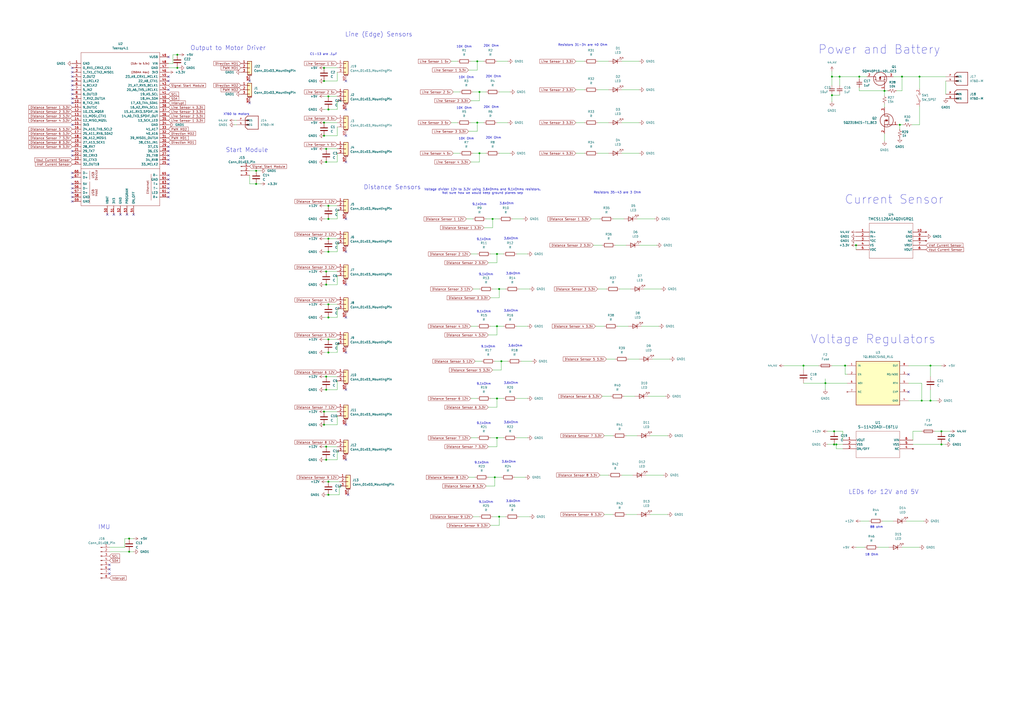
<source format=kicad_sch>
(kicad_sch (version 20231120) (generator "eeschema") (generator_version "8.0")
  (paper "A2")
  (junction (at 288.29 147.32))
  (junction (at 485.14 257.81))
  (junction (at 285.75 127))
  (junction (at 534.67 232.41))
  (junction (at 102.87 31.75))
  (junction (at 190.5 119.38))
  (junction (at 190.5 279.4))
  (junction (at 482.6 44.45))
  (junction (at 187.96 78.74))
  (junction (at 483.87 257.81))
  (junction (at 496.57 142.24))
  (junction (at 533.4 44.45))
  (junction (at 74.93 312.42))
  (junction (at 190.5 184.15))
  (junction (at 190.5 138.43))
  (junction (at 483.87 250.19))
  (junction (at 190.5 146.05))
  (junction (at 546.1 257.81))
  (junction (at 478.79 222.25))
  (junction (at 482.6 55.245))
  (junction (at 288.29 189.23))
  (junction (at 276.86 71.12))
  (junction (at 187.96 39.37))
  (junction (at 190.5 63.5))
  (junction (at 513.08 52.705))
  (junction (at 189.23 259.08))
  (junction (at 276.86 35.56))
  (junction (at 187.96 71.12))
  (junction (at 190.5 176.53))
  (junction (at 190.5 55.88))
  (junction (at 189.23 266.7))
  (junction (at 521.97 72.39))
  (junction (at 523.24 44.45))
  (junction (at 289.56 167.64))
  (junction (at 287.02 276.86))
  (junction (at 187.96 246.38))
  (junction (at 189.23 226.06))
  (junction (at 289.56 299.72))
  (junction (at 187.96 238.76))
  (junction (at 490.22 212.09))
  (junction (at 288.29 254))
  (junction (at 189.23 157.48))
  (junction (at 487.045 44.45))
  (junction (at 189.23 218.44))
  (junction (at 466.09 212.09))
  (junction (at 187.96 46.99))
  (junction (at 148.59 99.06))
  (junction (at 189.23 165.1))
  (junction (at 74.93 320.04))
  (junction (at 190.5 196.85))
  (junction (at 189.23 93.98))
  (junction (at 288.29 231.14))
  (junction (at 539.75 232.41))
  (junction (at 189.23 86.36))
  (junction (at 498.475 44.45))
  (junction (at 278.13 88.9))
  (junction (at 148.59 106.68))
  (junction (at 190.5 127))
  (junction (at 539.75 212.09))
  (junction (at 546.1 250.19))
  (junction (at 102.87 39.37))
  (junction (at 190.5 287.02))
  (junction (at 290.83 209.55))
  (junction (at 190.5 204.47))
  (junction (at 278.13 53.34))
  (no_connect (at 97.79 44.45))
  (no_connect (at 41.91 52.07))
  (no_connect (at 41.91 54.61))
  (no_connect (at 41.91 106.68))
  (no_connect (at 200.66 63.5))
  (no_connect (at 41.91 39.37))
  (no_connect (at 200.66 46.99))
  (no_connect (at 41.91 49.53))
  (no_connect (at 77.47 124.46))
  (no_connect (at 97.79 33.02))
  (no_connect (at 41.91 111.76))
  (no_connect (at 41.91 114.3))
  (no_connect (at 200.66 93.98))
  (no_connect (at 97.79 109.22))
  (no_connect (at 200.66 146.05))
  (no_connect (at 97.79 46.99))
  (no_connect (at 97.79 104.14))
  (no_connect (at 41.91 102.87))
  (no_connect (at 41.91 109.22))
  (no_connect (at 41.91 116.84))
  (no_connect (at 200.66 165.1))
  (no_connect (at 41.91 72.39))
  (no_connect (at 97.79 111.76))
  (no_connect (at 62.23 124.46))
  (no_connect (at 97.79 106.68))
  (no_connect (at 97.79 87.63))
  (no_connect (at 97.79 52.07))
  (no_connect (at 97.79 114.3))
  (no_connect (at 69.85 124.46))
  (no_connect (at 200.66 266.7))
  (no_connect (at 41.91 90.17))
  (no_connect (at 144.78 59.69))
  (no_connect (at 97.79 101.6))
  (no_connect (at 73.66 124.46))
  (no_connect (at 201.93 287.02))
  (no_connect (at 97.79 90.17))
  (no_connect (at 63.5 327.66))
  (no_connect (at 97.79 92.71))
  (no_connect (at 41.91 46.99))
  (no_connect (at 200.66 204.47))
  (no_connect (at 97.79 95.25))
  (no_connect (at 66.04 124.46))
  (no_connect (at 200.66 127))
  (no_connect (at 41.91 59.69))
  (no_connect (at 200.66 78.74))
  (no_connect (at 41.91 41.91))
  (no_connect (at 63.5 332.74))
  (no_connect (at 527.05 227.33))
  (no_connect (at 97.79 85.09))
  (no_connect (at 41.91 44.45))
  (no_connect (at 41.91 87.63))
  (no_connect (at 200.66 184.15))
  (no_connect (at 41.91 100.33))
  (no_connect (at 144.78 46.99))
  (no_connect (at 527.05 217.17))
  (no_connect (at 41.91 57.15))
  (no_connect (at 200.66 246.38))
  (no_connect (at 200.66 226.06))
  (no_connect (at 63.5 330.2))
  (wire (pts (xy 361.95 229.87) (xy 368.3 229.87)))
  (wire (pts (xy 288.29 147.32) (xy 288.29 152.4)))
  (wire (pts (xy 289.56 53.34) (xy 295.91 53.34)))
  (wire (pts (xy 278.13 88.9) (xy 278.13 93.98)))
  (wire (pts (xy 72.39 312.42) (xy 72.39 317.5)))
  (wire (pts (xy 195.58 121.92) (xy 195.58 127)))
  (wire (pts (xy 487.045 44.45) (xy 482.6 44.45)))
  (wire (pts (xy 373.38 167.64) (xy 383.54 167.64)))
  (wire (pts (xy 189.23 266.7) (xy 187.96 266.7)))
  (wire (pts (xy 546.1 257.81) (xy 548.64 257.81)))
  (wire (pts (xy 261.62 71.12) (xy 265.43 71.12)))
  (wire (pts (xy 270.51 127) (xy 274.32 127)))
  (wire (pts (xy 273.05 35.56) (xy 276.86 35.56)))
  (wire (pts (xy 496.57 142.24) (xy 496.57 144.78)))
  (wire (pts (xy 543.56 232.41) (xy 539.75 232.41)))
  (wire (pts (xy 349.25 229.87) (xy 354.33 229.87)))
  (wire (pts (xy 137.16 69.85) (xy 135.89 69.85)))
  (wire (pts (xy 334.01 52.07) (xy 339.09 52.07)))
  (wire (pts (xy 498.475 44.45) (xy 498.475 45.72)))
  (wire (pts (xy 72.39 317.5) (xy 63.5 317.5)))
  (wire (pts (xy 189.23 165.1) (xy 187.96 165.1)))
  (wire (pts (xy 148.59 99.06) (xy 151.13 99.06)))
  (wire (pts (xy 187.96 55.88) (xy 190.5 55.88)))
  (wire (pts (xy 100.33 31.75) (xy 100.33 36.83)))
  (wire (pts (xy 539.75 226.06) (xy 539.75 232.41)))
  (wire (pts (xy 372.11 189.23) (xy 382.27 189.23)))
  (wire (pts (xy 490.22 212.09) (xy 491.49 212.09)))
  (wire (pts (xy 299.72 231.14) (xy 306.07 231.14)))
  (wire (pts (xy 490.22 217.17) (xy 491.49 217.17)))
  (wire (pts (xy 275.59 209.55) (xy 279.4 209.55)))
  (wire (pts (xy 137.16 72.39) (xy 135.89 72.39)))
  (wire (pts (xy 187.96 196.85) (xy 190.5 196.85)))
  (wire (pts (xy 289.56 167.64) (xy 289.56 172.72)))
  (wire (pts (xy 482.6 55.245) (xy 482.6 59.055)))
  (wire (pts (xy 278.13 53.34) (xy 278.13 58.42)))
  (wire (pts (xy 273.05 189.23) (xy 276.86 189.23)))
  (wire (pts (xy 276.86 35.56) (xy 280.67 35.56)))
  (wire (pts (xy 499.11 302.26) (xy 504.19 302.26)))
  (wire (pts (xy 525.78 302.26) (xy 535.94 302.26)))
  (wire (pts (xy 299.72 147.32) (xy 306.07 147.32)))
  (wire (pts (xy 190.5 196.85) (xy 195.58 196.85)))
  (wire (pts (xy 509.27 317.5) (xy 515.62 317.5)))
  (wire (pts (xy 334.01 88.9) (xy 339.09 88.9)))
  (wire (pts (xy 539.75 232.41) (xy 534.67 232.41)))
  (wire (pts (xy 290.83 214.63) (xy 285.75 214.63)))
  (wire (pts (xy 539.75 212.09) (xy 546.1 212.09)))
  (wire (pts (xy 189.23 259.08) (xy 195.58 259.08)))
  (wire (pts (xy 284.48 147.32) (xy 288.29 147.32)))
  (wire (pts (xy 190.5 119.38) (xy 195.58 119.38)))
  (wire (pts (xy 285.75 299.72) (xy 289.56 299.72)))
  (wire (pts (xy 284.48 189.23) (xy 288.29 189.23)))
  (wire (pts (xy 480.06 250.19) (xy 483.87 250.19)))
  (wire (pts (xy 190.5 204.47) (xy 187.96 204.47)))
  (wire (pts (xy 189.23 226.06) (xy 187.96 226.06)))
  (wire (pts (xy 478.79 226.06) (xy 478.79 222.25)))
  (wire (pts (xy 72.39 312.42) (xy 74.93 312.42)))
  (wire (pts (xy 262.89 53.34) (xy 266.7 53.34)))
  (wire (pts (xy 100.33 31.75) (xy 102.87 31.75)))
  (wire (pts (xy 363.22 252.73) (xy 369.57 252.73)))
  (wire (pts (xy 542.29 250.19) (xy 546.1 250.19)))
  (wire (pts (xy 261.62 35.56) (xy 265.43 35.56)))
  (wire (pts (xy 195.58 179.07) (xy 195.58 184.15)))
  (wire (pts (xy 195.58 93.98) (xy 189.23 93.98)))
  (wire (pts (xy 190.5 176.53) (xy 195.58 176.53)))
  (wire (pts (xy 187.96 119.38) (xy 190.5 119.38)))
  (wire (pts (xy 288.29 236.22) (xy 283.21 236.22)))
  (wire (pts (xy 278.13 58.42) (xy 273.05 58.42)))
  (wire (pts (xy 189.23 279.4) (xy 190.5 279.4)))
  (wire (pts (xy 281.94 127) (xy 285.75 127)))
  (wire (pts (xy 144.78 106.68) (xy 148.59 106.68)))
  (wire (pts (xy 290.83 209.55) (xy 294.64 209.55)))
  (wire (pts (xy 274.32 167.64) (xy 278.13 167.64)))
  (wire (pts (xy 488.95 255.27) (xy 488.95 250.19)))
  (wire (pts (xy 300.99 167.64) (xy 307.34 167.64)))
  (wire (pts (xy 283.21 276.86) (xy 287.02 276.86)))
  (wire (pts (xy 278.13 53.34) (xy 281.94 53.34)))
  (wire (pts (xy 358.14 189.23) (xy 364.49 189.23)))
  (wire (pts (xy 189.23 157.48) (xy 195.58 157.48)))
  (wire (pts (xy 498.475 44.45) (xy 487.045 44.45)))
  (wire (pts (xy 187.96 71.12) (xy 195.58 71.12)))
  (wire (pts (xy 190.5 63.5) (xy 187.96 63.5)))
  (wire (pts (xy 346.71 167.64) (xy 351.79 167.64)))
  (wire (pts (xy 288.29 194.31) (xy 283.21 194.31)))
  (wire (pts (xy 100.33 36.83) (xy 97.79 36.83)))
  (wire (pts (xy 478.79 222.25) (xy 491.49 222.25)))
  (wire (pts (xy 274.32 53.34) (xy 278.13 53.34)))
  (wire (pts (xy 482.6 44.45) (xy 482.6 41.275)))
  (wire (pts (xy 195.58 140.97) (xy 195.58 146.05)))
  (wire (pts (xy 483.87 257.81) (xy 485.14 257.81)))
  (wire (pts (xy 363.22 298.45) (xy 369.57 298.45)))
  (wire (pts (xy 74.93 312.42) (xy 77.47 312.42)))
  (wire (pts (xy 482.6 54.61) (xy 482.6 55.245)))
  (wire (pts (xy 195.58 73.66) (xy 195.58 78.74)))
  (wire (pts (xy 288.29 189.23) (xy 292.1 189.23)))
  (wire (pts (xy 289.56 167.64) (xy 293.37 167.64)))
  (wire (pts (xy 518.16 44.45) (xy 523.24 44.45)))
  (wire (pts (xy 346.71 71.12) (xy 353.06 71.12)))
  (wire (pts (xy 285.75 127) (xy 285.75 132.08)))
  (wire (pts (xy 288.29 254) (xy 288.29 259.08)))
  (wire (pts (xy 190.5 146.05) (xy 187.96 146.05)))
  (wire (pts (xy 187.96 39.37) (xy 195.58 39.37)))
  (wire (pts (xy 521.97 72.39) (xy 523.875 72.39)))
  (wire (pts (xy 466.09 212.09) (xy 466.09 214.63)))
  (wire (pts (xy 102.87 31.75) (xy 104.14 31.75)))
  (wire (pts (xy 498.475 52.705) (xy 513.08 52.705)))
  (wire (pts (xy 347.98 275.59) (xy 353.06 275.59)))
  (wire (pts (xy 196.85 281.94) (xy 196.85 287.02)))
  (wire (pts (xy 190.5 138.43) (xy 195.58 138.43)))
  (wire (pts (xy 533.4 72.39) (xy 533.4 61.595)))
  (wire (pts (xy 374.65 275.59) (xy 384.81 275.59)))
  (wire (pts (xy 528.955 72.39) (xy 533.4 72.39)))
  (wire (pts (xy 478.79 222.25) (xy 478.79 219.71)))
  (wire (pts (xy 346.71 52.07) (xy 353.06 52.07)))
  (wire (pts (xy 299.72 254) (xy 306.07 254)))
  (wire (pts (xy 289.56 304.8) (xy 284.48 304.8)))
  (wire (pts (xy 195.58 246.38) (xy 187.96 246.38)))
  (wire (pts (xy 187.96 176.53) (xy 190.5 176.53)))
  (wire (pts (xy 533.4 51.435) (xy 533.4 44.45)))
  (wire (pts (xy 288.29 254) (xy 292.1 254)))
  (wire (pts (xy 273.05 254) (xy 276.86 254)))
  (wire (pts (xy 350.52 252.73) (xy 355.6 252.73)))
  (wire (pts (xy 144.78 101.6) (xy 144.78 106.68)))
  (wire (pts (xy 345.44 189.23) (xy 350.52 189.23)))
  (wire (pts (xy 196.85 287.02) (xy 190.5 287.02)))
  (wire (pts (xy 287.02 276.86) (xy 287.02 281.94)))
  (wire (pts (xy 359.41 167.64) (xy 365.76 167.64)))
  (wire (pts (xy 355.6 127) (xy 361.95 127)))
  (wire (pts (xy 351.79 208.28) (xy 356.87 208.28)))
  (wire (pts (xy 299.72 189.23) (xy 306.07 189.23)))
  (wire (pts (xy 63.5 320.04) (xy 74.93 320.04)))
  (wire (pts (xy 274.32 88.9) (xy 278.13 88.9)))
  (wire (pts (xy 287.02 276.86) (xy 290.83 276.86)))
  (wire (pts (xy 360.68 275.59) (xy 367.03 275.59)))
  (wire (pts (xy 527.05 222.25) (xy 534.67 222.25)))
  (wire (pts (xy 534.67 232.41) (xy 527.05 232.41)))
  (wire (pts (xy 487.045 55.245) (xy 482.6 55.245)))
  (wire (pts (xy 539.75 212.09) (xy 539.75 218.44)))
  (wire (pts (xy 490.22 212.09) (xy 490.22 217.17)))
  (wire (pts (xy 195.58 63.5) (xy 190.5 63.5)))
  (wire (pts (xy 195.58 204.47) (xy 190.5 204.47)))
  (wire (pts (xy 195.58 266.7) (xy 189.23 266.7)))
  (wire (pts (xy 523.24 44.45) (xy 533.4 44.45)))
  (wire (pts (xy 195.58 220.98) (xy 195.58 226.06)))
  (wire (pts (xy 378.46 208.28) (xy 388.62 208.28)))
  (wire (pts (xy 370.84 142.24) (xy 381 142.24)))
  (wire (pts (xy 533.4 44.45) (xy 548.64 44.45)))
  (wire (pts (xy 262.89 88.9) (xy 266.7 88.9)))
  (wire (pts (xy 284.48 231.14) (xy 288.29 231.14)))
  (wire (pts (xy 289.56 299.72) (xy 289.56 304.8)))
  (wire (pts (xy 360.68 88.9) (xy 370.84 88.9)))
  (wire (pts (xy 288.29 147.32) (xy 292.1 147.32)))
  (wire (pts (xy 369.57 127) (xy 379.73 127)))
  (wire (pts (xy 288.29 189.23) (xy 288.29 194.31)))
  (wire (pts (xy 488.95 260.35) (xy 485.14 260.35)))
  (wire (pts (xy 195.58 46.99) (xy 187.96 46.99)))
  (wire (pts (xy 190.5 184.15) (xy 187.96 184.15)))
  (wire (pts (xy 377.19 298.45) (xy 387.35 298.45)))
  (wire (pts (xy 187.96 86.36) (xy 189.23 86.36)))
  (wire (pts (xy 189.23 93.98) (xy 187.96 93.98)))
  (wire (pts (xy 513.08 52.705) (xy 513.08 55.245)))
  (wire (pts (xy 274.32 299.72) (xy 278.13 299.72)))
  (wire (pts (xy 520.065 52.705) (xy 523.24 52.705)))
  (wire (pts (xy 289.56 88.9) (xy 295.91 88.9)))
  (wire (pts (xy 346.71 35.56) (xy 353.06 35.56)))
  (wire (pts (xy 278.13 93.98) (xy 273.05 93.98)))
  (wire (pts (xy 195.58 41.91) (xy 195.58 46.99)))
  (wire (pts (xy 288.29 259.08) (xy 283.21 259.08)))
  (wire (pts (xy 360.68 52.07) (xy 370.84 52.07)))
  (wire (pts (xy 288.29 152.4) (xy 283.21 152.4)))
  (wire (pts (xy 539.75 212.09) (xy 527.05 212.09)))
  (wire (pts (xy 302.26 209.55) (xy 308.61 209.55)))
  (wire (pts (xy 529.59 250.19) (xy 529.59 255.27)))
  (wire (pts (xy 273.05 231.14) (xy 276.86 231.14)))
  (wire (pts (xy 278.13 88.9) (xy 281.94 88.9)))
  (wire (pts (xy 74.93 320.04) (xy 77.47 320.04)))
  (wire (pts (xy 187.96 157.48) (xy 189.23 157.48)))
  (wire (pts (xy 190.5 127) (xy 187.96 127)))
  (wire (pts (xy 482.6 212.09) (xy 490.22 212.09)))
  (wire (pts (xy 97.79 39.37) (xy 102.87 39.37)))
  (wire (pts (xy 377.19 252.73) (xy 387.35 252.73)))
  (wire (pts (xy 496.57 317.5) (xy 501.65 317.5)))
  (wire (pts (xy 342.9 127) (xy 347.98 127)))
  (wire (pts (xy 485.14 257.81) (xy 488.95 257.81)))
  (wire (pts (xy 360.68 71.12) (xy 370.84 71.12)))
  (wire (pts (xy 287.02 281.94) (xy 281.94 281.94)))
  (wire (pts (xy 148.59 106.68) (xy 151.13 106.68)))
  (wire (pts (xy 487.045 44.45) (xy 487.045 49.53)))
  (wire (pts (xy 487.045 54.61) (xy 487.045 55.245)))
  (wire (pts (xy 546.1 250.19) (xy 551.18 250.19)))
  (wire (pts (xy 187.96 138.43) (xy 190.5 138.43)))
  (wire (pts (xy 344.17 142.24) (xy 349.25 142.24)))
  (wire (pts (xy 285.75 167.64) (xy 289.56 167.64)))
  (wire (pts (xy 523.24 52.705) (xy 523.24 44.45)))
  (wire (pts (xy 288.29 71.12) (xy 294.64 71.12)))
  (wire (pts (xy 187.96 238.76) (xy 195.58 238.76)))
  (wire (pts (xy 297.18 127) (xy 303.53 127)))
  (wire (pts (xy 190.5 55.88) (xy 195.58 55.88)))
  (wire (pts (xy 285.75 132.08) (xy 280.67 132.08)))
  (wire (pts (xy 190.5 287.02) (xy 189.23 287.02)))
  (wire (pts (xy 195.58 199.39) (xy 195.58 204.47)))
  (wire (pts (xy 482.6 49.53) (xy 482.6 44.45)))
  (wire (pts (xy 498.475 50.8) (xy 498.475 52.705)))
  (wire (pts (xy 289.56 299.72) (xy 293.37 299.72)))
  (wire (pts (xy 350.52 298.45) (xy 355.6 298.45)))
  (wire (pts (xy 187.96 218.44) (xy 189.23 218.44)))
  (wire (pts (xy 195.58 146.05) (xy 190.5 146.05)))
  (wire (pts (xy 288.29 231.14) (xy 292.1 231.14)))
  (wire (pts (xy 195.58 184.15) (xy 190.5 184.15)))
  (wire (pts (xy 195.58 88.9) (xy 195.58 93.98)))
  (wire (pts (xy 521.97 72.39) (xy 521.97 74.93)))
  (wire (pts (xy 271.78 276.86) (xy 275.59 276.86)))
  (wire (pts (xy 360.68 35.56) (xy 370.84 35.56)))
  (wire (pts (xy 300.99 299.72) (xy 307.34 299.72)))
  (wire (pts (xy 502.92 44.45) (xy 498.475 44.45)))
  (wire (pts (xy 513.08 60.325) (xy 513.08 62.23)))
  (wire (pts (xy 189.23 86.36) (xy 195.58 86.36)))
  (wire (pts (xy 346.71 88.9) (xy 353.06 88.9)))
  (wire (pts (xy 102.87 39.37) (xy 104.14 39.37)))
  (wire (pts (xy 195.58 78.74) (xy 187.96 78.74)))
  (wire (pts (xy 195.58 165.1) (xy 189.23 165.1)))
  (wire (pts (xy 289.56 172.72) (xy 284.48 172.72)))
  (wire (pts (xy 276.86 35.56) (xy 276.86 40.64)))
  (wire (pts (xy 485.14 257.81) (xy 485.14 260.35)))
  (wire (pts (xy 534.67 222.25) (xy 534.67 232.41)))
  (wire (pts (xy 195.58 160.02) (xy 195.58 165.1)))
  (wire (pts (xy 288.29 35.56) (xy 294.64 35.56)))
  (wire (pts (xy 298.45 276.86) (xy 304.8 276.86)))
  (wire (pts (xy 195.58 226.06) (xy 189.23 226.06)))
  (wire (pts (xy 480.06 257.81) (xy 483.87 257.81)))
  (wire (pts (xy 195.58 261.62) (xy 195.58 266.7)))
  (wire (pts (xy 276.86 71.12) (xy 276.86 76.2)))
  (wire (pts (xy 548.64 46.99) (xy 548.64 54.61)))
  (wire (pts (xy 529.59 257.81) (xy 546.1 257.81)))
  (wire (pts (xy 513.08 52.705) (xy 514.985 52.705)))
  (wire (pts (xy 187.96 259.08) (xy 189.23 259.08)))
  (wire (pts (xy 513.08 52.07) (xy 513.08 52.705)))
  (wire (pts (xy 144.78 99.06) (xy 148.59 99.06)))
  (wire (pts (xy 466.09 222.25) (xy 478.79 222.25)))
  (wire (pts (xy 195.58 127) (xy 190.5 127)))
  (wire (pts (xy 195.58 241.3) (xy 195.58 246.38)))
  (wire (pts (xy 511.81 302.26) (xy 518.16 302.26)))
  (wire (pts (xy 466.09 212.09) (xy 474.98 212.09)))
  (wire (pts (xy 195.58 58.42) (xy 195.58 63.5)))
  (wire (pts (xy 276.86 71.12) (xy 280.67 71.12)))
  (wire (pts (xy 334.01 35.56) (xy 339.09 35.56)))
  (wire (pts (xy 190.5 279.4) (xy 196.85 279.4)))
  (wire (pts (xy 276.86 40.64) (xy 271.78 40.64)))
  (wire (pts (xy 520.7 72.39) (xy 521.97 72.39)))
  (wire (pts (xy 375.92 229.87) (xy 386.08 229.87)))
  (wire (pts (xy 356.87 142.24) (xy 363.22 142.24)))
  (wire (pts (xy 287.02 209.55) (xy 290.83 209.55)))
  (wire (pts (xy 276.86 76.2) (xy 271.78 76.2)))
  (wire (pts (xy 529.59 250.19) (xy 534.67 250.19)))
  (wire (pts (xy 273.05 147.32) (xy 276.86 147.32)))
  (wire (pts (xy 273.05 71.12) (xy 276.86 71.12)))
  (wire (pts (xy 284.48 254) (xy 288.29 254)))
  (wire (pts (xy 285.75 127) (xy 289.56 127)))
  (wire (pts (xy 290.83 209.55) (xy 290.83 214.63)))
  (wire (pts (xy 334.01 71.12) (xy 339.09 71.12)))
  (wire (pts (xy 189.23 218.44) (xy 195.58 218.44)))
  (wire (pts (xy 513.08 77.47) (xy 513.08 81.915)))
  (wire (pts (xy 488.95 250.19) (xy 483.87 250.19)))
  (wire (pts (xy 288.29 231.14) (xy 288.29 236.22)))
  (wire (pts (xy 523.24 317.5) (xy 533.4 317.5)))
  (wire (pts (xy 364.49 208.28) (xy 370.84 208.28)))
  (wire (pts (xy 454.66 212.09) (xy 466.09 212.09)))
  (text "Resistors 31-34 are 40 Ohm" (at 338.074 26.162 0) (effects (font (size 1.27 1.27))))
  (text "Output to Motor Driver" (at 132.334 27.94 0) (effects (font (size 2.54 2.54))))
  (text "3.6kOhm" (at 296.418 138.43 0) (effects (font (size 1.27 1.27))))
  (text "9.1kOhm" (at 280.67 245.618 0) (effects (font (size 1.27 1.27))))
  (text "20K Ohm" (at 284.988 26.67 0) (effects (font (size 1.27 1.27))))
  (text "Power and Battery\n" (at 510.032 28.829 0) (effects (font (size 5.08 5.08))))
  (text "Resistors 35-43 are 3 Ohm" (at 358.14 111.76 0) (effects (font (size 1.27 1.27))))
  (text "9.1kOhm" (at 283.21 201.168 0) (effects (font (size 1.27 1.27))))
  (text "Current Sensor" (at 518.668 115.824 0) (effects (font (size 5.08 5.08))))
  (text "3.6kOhm" (at 293.878 118.11 0) (effects (font (size 1.27 1.27))))
  (text "9.1kOhm" (at 280.67 180.848 0) (effects (font (size 1.27 1.27))))
  (text "18 Ohm" (at 505.714 321.818 0) (effects (font (size 1.27 1.27))))
  (text "9.1kOhm" (at 281.94 291.338 0) (effects (font (size 1.27 1.27))))
  (text "3.6kOhm" (at 297.688 290.83 0) (effects (font (size 1.27 1.27))))
  (text "3.6kOhm" (at 297.688 158.75 0) (effects (font (size 1.27 1.27))))
  (text "9.1kOhm" (at 278.13 118.618 0) (effects (font (size 1.27 1.27))))
  (text "Start Module" (at 143.256 87.122 0) (effects (font (size 2.54 2.54))))
  (text "3.6kOhm" (at 296.418 180.34 0) (effects (font (size 1.27 1.27))))
  (text "Voltage Regulators" (at 506.476 196.85 0) (effects (font (size 5.08 5.08))))
  (text "9.1kOhm" (at 280.67 222.758 0) (effects (font (size 1.27 1.27))))
  (text "IMU" (at 60.452 305.816 0) (effects (font (size 2.54 2.54))))
  (text "9.1kOhm" (at 280.67 138.938 0) (effects (font (size 1.27 1.27))))
  (text "10K Ohm" (at 269.24 27.178 0) (effects (font (size 1.27 1.27))))
  (text "10K Ohm" (at 270.51 80.518 0) (effects (font (size 1.27 1.27))))
  (text "Distance Sensors" (at 227.584 108.712 0) (effects (font (size 2.54 2.54))))
  (text "XT60 to motors" (at 137.16 66.294 0) (effects (font (size 1.27 1.27))))
  (text "C1-13 are .1µF" (at 187.706 31.496 0) (effects (font (size 1.27 1.27))))
  (text "LEDs for 12V and 5V" (at 512.572 285.496 0) (effects (font (size 2.54 2.54))))
  (text "10K Ohm" (at 269.24 62.738 0) (effects (font (size 1.27 1.27))))
  (text "88 ohm" (at 508.508 305.816 0) (effects (font (size 1.27 1.27))))
  (text "3.6kOhm" (at 295.148 267.97 0) (effects (font (size 1.27 1.27))))
  (text "20K Ohm" (at 286.258 44.45 0) (effects (font (size 1.27 1.27))))
  (text "20K Ohm" (at 286.258 80.01 0) (effects (font (size 1.27 1.27))))
  (text "Voltage divider 12V to 3.3V using 3.6kOhms and 9.1kOhms resistors.\nNot sure how we would keep ground planes sep" (at 279.908 110.998 0) (effects (font (size 1.27 1.27))))
  (text "20K Ohm" (at 284.988 62.23 0) (effects (font (size 1.27 1.27))))
  (text "3.6kOhm" (at 298.958 200.66 0) (effects (font (size 1.27 1.27))))
  (text "10K Ohm" (at 270.51 44.958 0) (effects (font (size 1.27 1.27))))
  (text "9.1kOhm" (at 279.4 268.478 0) (effects (font (size 1.27 1.27))))
  (text "Line (Edge) Sensors" (at 219.71 20.066 0) (effects (font (size 2.54 2.54))))
  (text "9.1kOhm" (at 281.94 159.258 0) (effects (font (size 1.27 1.27))))
  (text "3.6kOhm" (at 296.418 245.11 0) (effects (font (size 1.27 1.27))))
  (text "3.6kOhm" (at 296.418 222.25 0) (effects (font (size 1.27 1.27))))
  (global_label "Distance Sensor 9 3.3V" (shape input) (at 284.48 304.8 180) (property "Intersheetrefs" "${INTERSHEET_REFS}" (effects (hide yes))))
  (global_label "Line Sensor 2 3.3V" (shape input) (at 97.79 67.31 0) (property "Intersheetrefs" "${INTERSHEET_REFS}" (effects (hide yes))))
  (global_label "Distance Sensor 2 3.3V" (shape input) (at 344.17 142.24 180) (property "Intersheetrefs" "${INTERSHEET_REFS}" (effects (hide yes))))
  (global_label "Distance Sensor 4 3.3V" (shape input) (at 283.21 194.31 180) (property "Intersheetrefs" "${INTERSHEET_REFS}" (effects (hide yes))))
  (global_label "Direction MD2" (shape input) (at 97.79 77.47 0) (property "Intersheetrefs" "${INTERSHEET_REFS}" (effects (hide yes))))
  (global_label "Distance Sensor 3 3.3V" (shape input) (at 284.48 172.72 180) (property "Intersheetrefs" "${INTERSHEET_REFS}" (effects (hide yes))))
  (global_label "Distance Sensor 4 12V" (shape input) (at 273.05 189.23 180) (property "Intersheetrefs" "${INTERSHEET_REFS}" (effects (hide yes))))
  (global_label "Line Sensor 4 5v" (shape input) (at 195.58 83.82 180) (property "Intersheetrefs" "${INTERSHEET_REFS}" (effects (hide yes))))
  (global_label "Direction MD2" (shape input) (at 139.7 49.53 180) (property "Intersheetrefs" "${INTERSHEET_REFS}" (effects (hide yes))))
  (global_label "Line Sensor 4 3.3V" (shape input) (at 334.01 88.9 180) (property "Intersheetrefs" "${INTERSHEET_REFS}" (effects (hide yes))))
  (global_label "Distance Sensor 1 3.3V" (shape input) (at 342.9 127 180) (property "Intersheetrefs" "${INTERSHEET_REFS}" (effects (hide yes))))
  (global_label "Distance Sensor 2 3.3V" (shape input) (at 283.21 152.4 180) (property "Intersheetrefs" "${INTERSHEET_REFS}" (effects (hide yes))))
  (global_label "Distance Sensor 2 12V" (shape input) (at 273.05 147.32 180) (property "Intersheetrefs" "${INTERSHEET_REFS}" (effects (hide yes))))
  (global_label "Line Sensor 3 3.3V" (shape input) (at 271.78 76.2 180) (property "Intersheetrefs" "${INTERSHEET_REFS}" (effects (hide yes))))
  (global_label "SDA" (shape input) (at 97.79 57.15 0) (property "Intersheetrefs" "${INTERSHEET_REFS}" (effects (hide yes))))
  (global_label "SCL" (shape input) (at 63.5 322.58 0) (property "Intersheetrefs" "${INTERSHEET_REFS}" (effects (hide yes))))
  (global_label "PWM MD2" (shape input) (at 97.79 74.93 0) (property "Intersheetrefs" "${INTERSHEET_REFS}" (effects (hide yes))))
  (global_label "Distance Sensor 1 3.3V" (shape input) (at 280.67 132.08 180) (property "Intersheetrefs" "${INTERSHEET_REFS}" (effects (hide yes))))
  (global_label "Line Sensor 1 3.3V" (shape input) (at 97.79 69.85 0) (property "Intersheetrefs" "${INTERSHEET_REFS}" (effects (hide yes))))
  (global_label "Line Sensor 3 3.3V" (shape input) (at 97.79 64.77 0) (property "Intersheetrefs" "${INTERSHEET_REFS}" (effects (hide yes))))
  (global_label "PWM MD2" (shape input) (at 139.7 52.07 180) (property "Intersheetrefs" "${INTERSHEET_REFS}" (effects (hide yes))))
  (global_label "Interupt" (shape input) (at 97.79 59.69 0) (property "Intersheetrefs" "${INTERSHEET_REFS}" (effects (hide yes))))
  (global_label "Distance Sensor 9 3.3V" (shape input) (at 350.52 298.45 180) (property "Intersheetrefs" "${INTERSHEET_REFS}" (effects (hide yes))))
  (global_label "Line Sensor 1 5v" (shape input) (at 195.58 36.83 180) (property "Intersheetrefs" "${INTERSHEET_REFS}" (effects (hide yes))))
  (global_label "Distance Sensor 9 12V" (shape input) (at 196.85 276.86 180) (property "Intersheetrefs" "${INTERSHEET_REFS}" (effects (hide yes))))
  (global_label "Vref Current Sensor" (shape input) (at 537.21 142.24 0) (property "Intersheetrefs" "${INTERSHEET_REFS}" (effects (hide yes))))
  (global_label "Distance Sensor 8 3.3V" (shape input) (at 347.98 275.59 180) (property "Intersheetrefs" "${INTERSHEET_REFS}" (effects (hide yes))))
  (global_label "Distance Sensor 8 3.3V" (shape input) (at 281.94 281.94 180) (property "Intersheetrefs" "${INTERSHEET_REFS}" (effects (hide yes))))
  (global_label "Line Sensor 3 3.3V" (shape input) (at 334.01 71.12 180) (property "Intersheetrefs" "${INTERSHEET_REFS}" (effects (hide yes))))
  (global_label "Distance Sensor 6 3.3V" (shape input) (at 41.91 77.47 180) (property "Intersheetrefs" "${INTERSHEET_REFS}" (effects (hide yes))))
  (global_label "Line Sensor 4 3.3V" (shape input) (at 97.79 62.23 0) (property "Intersheetrefs" "${INTERSHEET_REFS}" (effects (hide yes))))
  (global_label "Distance Sensor 7 3.3V" (shape input) (at 350.52 252.73 180) (property "Intersheetrefs" "${INTERSHEET_REFS}" (effects (hide yes))))
  (global_label "Distance Sensor 6 12V" (shape input) (at 273.05 231.14 180) (property "Intersheetrefs" "${INTERSHEET_REFS}" (effects (hide yes))))
  (global_label "Distance Sensor 7 12V" (shape input) (at 195.58 236.22 180) (property "Intersheetrefs" "${INTERSHEET_REFS}" (effects (hide yes))))
  (global_label "Line Sensor 4 5v" (shape input) (at 262.89 88.9 180) (property "Intersheetrefs" "${INTERSHEET_REFS}" (effects (hide yes))))
  (global_label "Line Sensor 2 3.3V" (shape input) (at 334.01 52.07 180) (property "Intersheetrefs" "${INTERSHEET_REFS}" (effects (hide yes))))
  (global_label "Distance Sensor 3 3.3V" (shape input) (at 346.71 167.64 180) (property "Intersheetrefs" "${INTERSHEET_REFS}" (effects (hide yes))))
  (global_label "Distance Sensor 5 3.3V" (shape input) (at 41.91 74.93 180) (property "Intersheetrefs" "${INTERSHEET_REFS}" (effects (hide yes))))
  (global_label "PWM MD1" (shape input) (at 139.7 39.37 180) (property "Intersheetrefs" "${INTERSHEET_REFS}" (effects (hide yes))))
  (global_label "Distance Sensor 1 12V" (shape input) (at 270.51 127 180) (property "Intersheetrefs" "${INTERSHEET_REFS}" (effects (hide yes))))
  (global_label "Line Sensor 2 5v" (shape input) (at 195.58 53.34 180) (property "Intersheetrefs" "${INTERSHEET_REFS}" (effects (hide yes))))
  (global_label "Distance Sensor 8 12V" (shape input) (at 271.78 276.86 180) (property "Intersheetrefs" "${INTERSHEET_REFS}" (effects (hide yes))))
  (global_label "Distance Sensor 3 12V" (shape input) (at 274.32 167.64 180) (property "Intersheetrefs" "${INTERSHEET_REFS}" (effects (hide yes))))
  (global_label "Distance Sensor 7 3.3V" (shape input) (at 41.91 80.01 180) (property "Intersheetrefs" "${INTERSHEET_REFS}" (effects (hide yes))))
  (global_label "Line Sensor 4 3.3V" (shape input) (at 273.05 93.98 180) (property "Intersheetrefs" "${INTERSHEET_REFS}" (effects (hide yes))))
  (global_label "Distance Sensor 4 3.3V" (shape input) (at 345.44 189.23 180) (property "Intersheetrefs" "${INTERSHEET_REFS}" (effects (hide yes))))
  (global_label "Line Sensor 1 5v" (shape input) (at 261.62 35.56 180) (property "Intersheetrefs" "${INTERSHEET_REFS}" (effects (hide yes))))
  (global_label "Line Sensor 1 3.3V" (shape input) (at 271.78 40.64 180) (property "Intersheetrefs" "${INTERSHEET_REFS}" (effects (hide yes))))
  (global_label "Distance Sensor 2 3.3V" (shape input) (at 41.91 64.77 180) (property "Intersheetrefs" "${INTERSHEET_REFS}" (effects (hide yes))))
  (global_label "Distance Sensor 9 12V" (shape input) (at 274.32 299.72 180) (property "Intersheetrefs" "${INTERSHEET_REFS}" (effects (hide yes))))
  (global_label "Interupt" (shape input) (at 63.5 335.28 0) (property "Intersheetrefs" "${INTERSHEET_REFS}" (effects (hide yes))))
  (global_label "Distance Sensor 3 12V" (shape input) (at 195.58 154.94 180) (property "Intersheetrefs" "${INTERSHEET_REFS}" (effects (hide yes))))
  (global_label "Vout Current Sensor" (shape input) (at 41.91 92.71 180) (property "Intersheetrefs" "${INTERSHEET_REFS}" (effects (hide yes))))
  (global_label "Distance Sensor 7 12V" (shape input) (at 273.05 254 180) (property "Intersheetrefs" "${INTERSHEET_REFS}" (effects (hide yes))))
  (global_label "Distance Sensor 5 3.3V" (shape input) (at 351.79 208.28 180) (property "Intersheetrefs" "${INTERSHEET_REFS}" (effects (hide yes))))
  (global_label "Distance Sensor 5 12V" (shape input) (at 275.59 209.55 180) (property "Intersheetrefs" "${INTERSHEET_REFS}" (effects (hide yes))))
  (global_label "SDA" (shape input) (at 63.5 325.12 0) (property "Intersheetrefs" "${INTERSHEET_REFS}" (effects (hide yes))))
  (global_label "Distance Sensor 8 3.3V" (shape input) (at 41.91 82.55 180) (property "Intersheetrefs" "${INTERSHEET_REFS}" (effects (hide yes))))
  (global_label "Signal Start Module" (shape input) (at 97.79 49.53 0) (property "Intersheetrefs" "${INTERSHEET_REFS}" (effects (hide yes))))
  (global_label "Line Sensor 3 5v" (shape input) (at 195.58 68.58 180) (property "Intersheetrefs" "${INTERSHEET_REFS}" (effects (hide yes))))
  (global_label "SCL" (shape input) (at 97.79 54.61 0) (property "Intersheetrefs" "${INTERSHEET_REFS}" (effects (hide yes))))
  (global_label "Distance Sensor 5 12V" (shape input) (at 195.58 194.31 180) (property "Intersheetrefs" "${INTERSHEET_REFS}" (effects (hide yes))))
  (global_label "Vout Current Sensor" (shape input) (at 537.21 144.78 0) (property "Intersheetrefs" "${INTERSHEET_REFS}" (effects (hide yes))))
  (global_label "Line Sensor 2 3.3V" (shape input) (at 273.05 58.42 180) (property "Intersheetrefs" "${INTERSHEET_REFS}" (effects (hide yes))))
  (global_label "Distance Sensor 1 12V" (shape input) (at 195.58 116.84 180) (property "Intersheetrefs" "${INTERSHEET_REFS}" (effects (hide yes))))
  (global_label "Distance Sensor 7 3.3V" (shape input) (at 283.21 259.08 180) (property "Intersheetrefs" "${INTERSHEET_REFS}" (effects (hide yes))))
  (global_label "Distance Sensor 5 3.3V" (shape input) (at 285.75 214.63 180) (property "Intersheetrefs" "${INTERSHEET_REFS}" (effects (hide yes))))
  (global_label "Line Sensor 1 3.3V" (shape input) (at 334.01 35.56 180) (property "Intersheetrefs" "${INTERSHEET_REFS}" (effects (hide yes))))
  (global_label "Vref Current Sensor" (shape input) (at 41.91 95.25 180) (property "Intersheetrefs" "${INTERSHEET_REFS}" (effects (hide yes))))
  (global_label "Distance Sensor 4 3.3V" (shape input) (at 41.91 69.85 180) (property "Intersheetrefs" "${INTERSHEET_REFS}" (effects (hide yes))))
  (global_label "Distance Sensor 4 12V" (shape input) (at 195.58 173.99 180) (property "Intersheetrefs" "${INTERSHEET_REFS}" (effects (hide yes))))
  (global_label "Distance Sensor 6 3.3V" (shape input) (at 283.21 236.22 180) (property "Intersheetrefs" "${INTERSHEET_REFS}" (effects (hide yes))))
  (global_label "Direction MD1" (shape input) (at 97.79 82.55 0) (property "Intersheetrefs" "${INTERSHEET_REFS}" (effects (hide yes))))
  (global_label "Distance Sensor 1 3.3V" (shape input) (at 41.91 62.23 180) (property "Intersheetrefs" "${INTERSHEET_REFS}" (effects (hide yes))))
  (global_label "Direction MD1" (shape input) (at 139.7 36.83 180) (property "Intersheetrefs" "${INTERSHEET_REFS}" (effects (hide yes))))
  (global_label "Distance Sensor 3 3.3V" (shape input) (at 41.91 67.31 180) (property "Intersheetrefs" "${INTERSHEET_REFS}" (effects (hide yes))))
  (global_label "Distance Sensor 6 12V" (shape input) (at 195.58 215.9 180) (property "Intersheetrefs" "${INTERSHEET_REFS}" (effects (hide yes))))
  (global_label "Distance Sensor 8 12V" (shape input) (at 195.58 256.54 180) (property "Intersheetrefs" "${INTERSHEET_REFS}" (effects (hide yes))))
  (global_label "Distance Sensor 2 12V" (shape input) (at 195.58 135.89 180) (property "Intersheetrefs" "${INTERSHEET_REFS}" (effects (hide yes))))
  (global_label "Distance Sensor 9 3.3V" (shape input) (at 41.91 85.09 180) (property "Intersheetrefs" "${INTERSHEET_REFS}" (effects (hide yes))))
  (global_label "Signal Start Module" (shape input) (at 144.78 96.52 0) (property "Intersheetrefs" "${INTERSHEET_REFS}" (effects (hide yes))))
  (global_label "Line Sensor 2 5v" (shape input) (at 262.89 53.34 180) (property "Intersheetrefs" "${INTERSHEET_REFS}" (effects (hide yes))))
  (global_label "Distance Sensor 6 3.3V" (shape input) (at 349.25 229.87 180) (property "Intersheetrefs" "${INTERSHEET_REFS}" (effects (hide yes))))
  (global_label "Line Sensor 3 5v" (shape input) (at 261.62 71.12 180) (property "Intersheetrefs" "${INTERSHEET_REFS}" (effects (hide yes))))
  (global_label "PWM MD1" (shape input) (at 97.79 80.01 0) (property "Intersheetrefs" "${INTERSHEET_REFS}" (effects (hide yes))))
  (symbol (lib_id "Device:LED") (at 521.97 302.26 180) (unit 1)
    (property "Reference" "D14" (at 523.5575 294.64 0))
    (property "Value" "LED" (at 523.5575 297.18 0))
    (property "Footprint" "LED_SMD:LED_0603_1608Metric_Pad1.05x0.95mm_HandSolder" (effects (hide yes)))
    (property "Description" "Light emitting diode" (effects (hide yes)))
  )
  (symbol (lib_id "power:+12V") (at 187.96 238.76 90) (unit 1)
    (property "Reference" "#PWR027" (effects (hide yes)))
    (property "Value" "+12V" (at 184.15 238.7599 90) (effects (justify left)))
    (property "Description" "Power symbol creates a global label with name \"+12V\"" (effects (hide yes)))
  )
  (symbol (lib_id "power:GND1") (at 379.73 127 90) (unit 1)
    (property "Reference" "#PWR063" (effects (hide yes)))
    (property "Value" "GND1" (at 383.54 126.9999 90) (effects (justify right)))
    (property "Description" "Power symbol creates a global label with name \"GND1\" , ground" (effects (hide yes)))
  )
  (symbol (lib_id "Device:R") (at 351.79 127 90) (unit 1)
    (property "Reference" "R35" (at 351.79 120.65 90))
    (property "Value" "R" (at 351.79 123.19 90))
    (property "Footprint" "Resistor_SMD:R_0603_1608Metric_Pad0.98x0.95mm_HandSolder" (effects (hide yes)))
    (property "Description" "Resistor" (effects (hide yes)))
  )
  (symbol (lib_id "power:GND1") (at 295.91 88.9 90) (unit 1)
    (property "Reference" "#PWR014" (effects (hide yes)))
    (property "Value" "GND1" (at 299.72 88.8999 90) (effects (justify right)))
    (property "Description" "Power symbol creates a global label with name \"GND1\" , ground" (effects (hide yes)))
  )
  (symbol (lib_id "power:GND1") (at 386.08 229.87 90) (unit 1)
    (property "Reference" "#PWR068" (effects (hide yes)))
    (property "Value" "GND1" (at 389.89 229.8699 90) (effects (justify right)))
    (property "Description" "Power symbol creates a global label with name \"GND1\" , ground" (effects (hide yes)))
  )
  (symbol (lib_id "Device:C") (at 466.09 218.44 0) (unit 1)
    (property "Reference" "C18" (at 469.9 217.1699 0) (effects (justify left)))
    (property "Value" "C" (at 469.9 219.7099 0) (effects (justify left)))
    (property "Footprint" "Capacitor_SMD:C_0603_1608Metric_Pad1.08x0.95mm_HandSolder" (effects (hide yes)))
    (property "Description" "Unpolarized capacitor" (effects (hide yes)))
  )
  (symbol (lib_id "power:GND1") (at 384.81 275.59 90) (unit 1)
    (property "Reference" "#PWR070" (effects (hide yes)))
    (property "Value" "GND1" (at 388.62 275.5899 90) (effects (justify right)))
    (property "Description" "Power symbol creates a global label with name \"GND1\" , ground" (effects (hide yes)))
  )
  (symbol (lib_id "Device:R") (at 281.94 299.72 90) (unit 1)
    (property "Reference" "R25" (at 281.94 293.37 90))
    (property "Value" "R" (at 281.94 295.91 90))
    (property "Footprint" "Resistor_SMD:R_0603_1608Metric_Pad0.98x0.95mm_HandSolder" (effects (hide yes)))
    (property "Description" "Resistor" (effects (hide yes)))
  )
  (symbol (lib_id "voltage reg 12v:S-1142DA0I-E6T1U") (at 488.95 255.27 0) (unit 1)
    (property "Reference" "U1" (at 509.27 245.11 0) (effects (font (size 1.524 1.524))))
    (property "Value" "S-1142DA0I-E6T1U" (at 509.27 247.65 0) (effects (font (size 1.524 1.524))))
    (property "Footprint" "12Vvoltagereg:S1142A50IE6T1U" (effects (hide yes)))
    (property "Datasheet" "S-1142DA0I-E6T1U" (effects (hide yes)))
  )
  (symbol (lib_id "Connector_Generic_MountingPin:Conn_01x03_MountingPin") (at 144.78 39.37 0) (unit 1)
    (property "Reference" "J22" (at 147.32 38.4555 0) (effects (justify left)))
    (property "Value" "Conn_01x03_MountingPin" (at 147.32 40.9955 0) (effects (justify left)))
    (property "Footprint" "Jst Xh 2.5-3 Pin:JST_B3B-XH-A_LF__SN_" (effects (hide yes)))
    (property "Description" "Generic connectable mounting pin connector, single row, 01x03, script generated (kicad-library-utils/schlib/autogen/connector/)" (effects (hide yes)))
  )
  (symbol (lib_id "power:GND1") (at 304.8 276.86 90) (unit 1)
    (property "Reference" "#PWR040" (effects (hide yes)))
    (property "Value" "GND1" (at 308.61 276.8599 90) (effects (justify right)))
    (property "Description" "Power symbol creates a global label with name \"GND1\" , ground" (effects (hide yes)))
  )
  (symbol (lib_id "Device:R") (at 358.14 229.87 90) (unit 1)
    (property "Reference" "R40" (at 358.14 223.52 90))
    (property "Value" "R" (at 358.14 226.06 90))
    (property "Footprint" "Resistor_SMD:R_0603_1608Metric_Pad0.98x0.95mm_HandSolder" (effects (hide yes)))
    (property "Description" "Resistor" (effects (hide yes)))
  )
  (symbol (lib_id "power:GND1") (at 41.91 36.83 270) (unit 1)
    (property "Reference" "#PWR052" (effects (hide yes)))
    (property "Value" "GND1" (at 38.1 36.8299 90) (effects (justify right)))
    (property "Description" "Power symbol creates a global label with name \"GND1\" , ground" (effects (hide yes)))
  )
  (symbol (lib_id "Device:R") (at 280.67 189.23 90) (unit 1)
    (property "Reference" "R15" (at 280.67 182.88 90))
    (property "Value" "R" (at 280.67 185.42 90))
    (property "Footprint" "Resistor_SMD:R_0603_1608Metric_Pad0.98x0.95mm_HandSolder" (effects (hide yes)))
    (property "Description" "Resistor" (effects (hide yes)))
  )
  (symbol (lib_id "Device:C") (at 189.23 161.29 0) (unit 1)
    (property "Reference" "C6" (at 193.04 160.0199 0) (effects (justify left)))
    (property "Value" "C" (at 193.04 162.5599 0) (effects (justify left)))
    (property "Footprint" "Capacitor_SMD:C_0603_1608Metric_Pad1.08x0.95mm_HandSolder" (effects (hide yes)))
    (property "Description" "Unpolarized capacitor" (effects (hide yes)))
  )
  (symbol (lib_id "Device:R") (at 270.51 53.34 90) (unit 1)
    (property "Reference" "R3" (at 270.51 46.99 90))
    (property "Value" "R" (at 270.51 49.53 90))
    (property "Footprint" "Resistor_SMD:R_0603_1608Metric_Pad0.98x0.95mm_HandSolder" (effects (hide yes)))
    (property "Description" "Resistor" (effects (hide yes)))
  )
  (symbol (lib_id "Device:LED") (at 367.03 142.24 180) (unit 1)
    (property "Reference" "D6" (at 368.6175 134.62 0))
    (property "Value" "LED" (at 368.6175 137.16 0))
    (property "Footprint" "LED_SMD:LED_0603_1608Metric_Pad1.05x0.95mm_HandSolder" (effects (hide yes)))
    (property "Description" "Light emitting diode" (effects (hide yes)))
  )
  (symbol (lib_name "GND_2") (lib_id "power:GND") (at 139.7 54.61 270) (unit 1)
    (property "Reference" "#PWR051" (effects (hide yes)))
    (property "Value" "GND1" (at 135.89 54.6099 90) (effects (justify right)))
    (property "Description" "Power symbol creates a global label with name \"GND\" , ground" (effects (hide yes)))
  )
  (symbol (lib_id "Device:C_Small") (at 498.475 48.26 0) (unit 1)
    (property "Reference" "C17" (at 501.015 46.9963 0) (effects (justify left)))
    (property "Value" "1uF" (at 501.015 49.5363 0) (effects (justify left)))
    (property "Footprint" "Capacitor_SMD:C_0805_2012Metric_Pad1.18x1.45mm_HandSolder" (effects (hide yes)))
  )
  (symbol (lib_id "power:GND1") (at 139.7 41.91 270) (unit 1)
    (property "Reference" "#PWR01" (effects (hide yes)))
    (property "Value" "GND1" (at 135.89 41.9099 90) (effects (justify right)))
    (property "Description" "Power symbol creates a global label with name \"GND1\" , ground" (effects (hide yes)))
  )
  (symbol (lib_id "Device:R") (at 270.51 88.9 90) (unit 1)
    (property "Reference" "R7" (at 270.51 82.55 90))
    (property "Value" "R" (at 270.51 85.09 90))
    (property "Footprint" "Resistor_SMD:R_0603_1608Metric_Pad0.98x0.95mm_HandSolder" (effects (hide yes)))
    (property "Description" "Resistor" (effects (hide yes)))
  )
  (symbol (lib_id "power:GND1") (at 187.96 46.99 270) (unit 1)
    (property "Reference" "#PWR04" (effects (hide yes)))
    (property "Value" "GND1" (at 184.15 46.9899 90) (effects (justify right)))
    (property "Description" "Power symbol creates a global label with name \"GND1\" , ground" (effects (hide yes)))
  )
  (symbol (lib_id "Connector_Generic_MountingPin:Conn_01x03_MountingPin") (at 200.66 71.12 0) (unit 1)
    (property "Reference" "J3" (at 203.2 70.2055 0) (effects (justify left)))
    (property "Value" "Conn_01x03_MountingPin" (at 203.2 72.7455 0) (effects (justify left)))
    (property "Footprint" "Jst Xh 2.5-3 Pin:JST_B3B-XH-A_LF__SN_" (effects (hide yes)))
    (property "Description" "Generic connectable mounting pin connector, single row, 01x03, script generated (kicad-library-utils/schlib/autogen/connector/)" (effects (hide yes)))
  )
  (symbol (lib_id "Device:R") (at 269.24 35.56 90) (unit 1)
    (property "Reference" "R1" (at 269.24 29.21 90))
    (property "Value" "R" (at 269.24 31.75 90))
    (property "Footprint" "Resistor_SMD:R_0603_1608Metric_Pad0.98x0.95mm_HandSolder" (effects (hide yes)))
    (property "Description" "Resistor" (effects (hide yes)))
  )
  (symbol (lib_id "power:GND1") (at 383.54 167.64 90) (unit 1)
    (property "Reference" "#PWR065" (effects (hide yes)))
    (property "Value" "GND1" (at 387.35 167.6399 90) (effects (justify right)))
    (property "Description" "Power symbol creates a global label with name \"GND1\" , ground" (effects (hide yes)))
  )
  (symbol (lib_id "power:GND1") (at 306.07 231.14 90) (unit 1)
    (property "Reference" "#PWR038" (effects (hide yes)))
    (property "Value" "GND1" (at 309.88 231.1399 90) (effects (justify right)))
    (property "Description" "Power symbol creates a global label with name \"GND1\" , ground" (effects (hide yes)))
  )
  (symbol (lib_id "Device:R") (at 355.6 167.64 90) (unit 1)
    (property "Reference" "R37" (at 355.6 161.29 90))
    (property "Value" "R" (at 355.6 163.83 90))
    (property "Footprint" "Resistor_SMD:R_0603_1608Metric_Pad0.98x0.95mm_HandSolder" (effects (hide yes)))
    (property "Description" "Resistor" (effects (hide yes)))
  )
  (symbol (lib_id "Device:R") (at 295.91 254 90) (unit 1)
    (property "Reference" "R22" (at 295.91 247.65 90))
    (property "Value" "R" (at 295.91 250.19 90))
    (property "Footprint" "Resistor_SMD:R_0603_1608Metric_Pad0.98x0.95mm_HandSolder" (effects (hide yes)))
    (property "Description" "Resistor" (effects (hide yes)))
  )
  (symbol (lib_id "Device:LED") (at 356.87 88.9 180) (unit 1)
    (property "Reference" "D4" (at 358.4575 81.28 0))
    (property "Value" "LED" (at 358.4575 83.82 0))
    (property "Footprint" "LED_SMD:LED_0603_1608Metric_Pad1.05x0.95mm_HandSolder" (effects (hide yes)))
    (property "Description" "Light emitting diode" (effects (hide yes)))
  )
  (symbol (lib_id "Connector_Generic_MountingPin:Conn_01x03_MountingPin") (at 201.93 279.4 0) (unit 1)
    (property "Reference" "J13" (at 204.47 278.4855 0) (effects (justify left)))
    (property "Value" "Conn_01x03_MountingPin" (at 204.47 281.0255 0) (effects (justify left)))
    (property "Footprint" "Jst Xh 2.5-3 Pin:JST_B3B-XH-A_LF__SN_" (effects (hide yes)))
    (property "Description" "Generic connectable mounting pin connector, single row, 01x03, script generated (kicad-library-utils/schlib/autogen/connector/)" (effects (hide yes)))
  )
  (symbol (lib_id "power:+12V") (at 187.96 119.38 90) (unit 1)
    (property "Reference" "#PWR015" (effects (hide yes)))
    (property "Value" "+12V" (at 184.15 119.3799 90) (effects (justify left)))
    (property "Description" "Power symbol creates a global label with name \"+12V\"" (effects (hide yes)))
  )
  (symbol (lib_id "Connector:Conn_01x08_Pin") (at 58.42 325.12 0) (unit 1)
    (property "Reference" "J16" (at 59.055 312.42 0))
    (property "Value" "Conn_01x08_Pin" (at 59.055 314.96 0))
    (property "Footprint" "Connector_PinHeader_2.54mm:PinHeader_1x08_P2.54mm_Vertical" (effects (hide yes)))
    (property "Description" "Generic connector, single row, 01x08, script generated" (effects (hide yes)))
  )
  (symbol (lib_id "Connector_Generic_MountingPin:Conn_01x03_MountingPin") (at 200.66 39.37 0) (unit 1)
    (property "Reference" "J19" (at 203.2 38.4555 0) (effects (justify left)))
    (property "Value" "Conn_01x03_MountingPin" (at 203.2 40.9955 0) (effects (justify left)))
    (property "Footprint" "Jst Xh 2.5-3 Pin:JST_B3B-XH-A_LF__SN_" (effects (hide yes)))
    (property "Description" "Generic connectable mounting pin connector, single row, 01x03, script generated (kicad-library-utils/schlib/autogen/connector/)" (effects (hide yes)))
  )
  (symbol (lib_id "Device:LED") (at 368.3 189.23 180) (unit 1)
    (property "Reference" "D8" (at 369.8875 181.61 0))
    (property "Value" "LED" (at 369.8875 184.15 0))
    (property "Footprint" "LED_SMD:LED_0603_1608Metric_Pad1.05x0.95mm_HandSolder" (effects (hide yes)))
    (property "Description" "Light emitting diode" (effects (hide yes)))
  )
  (symbol (lib_id "Connector_Generic_MountingPin:Conn_01x03_MountingPin") (at 144.78 52.07 0) (unit 1)
    (property "Reference" "J1" (at 147.32 51.1555 0) (effects (justify left)))
    (property "Value" "Conn_01x03_MountingPin" (at 147.32 53.6955 0) (effects (justify left)))
    (property "Footprint" "Jst Xh 2.5-3 Pin:JST_B3B-XH-A_LF__SN_" (effects (hide yes)))
    (property "Description" "Generic connectable mounting pin connector, single row, 01x03, script generated (kicad-library-utils/schlib/autogen/connector/)" (effects (hide yes)))
  )
  (symbol (lib_id "power:GND1") (at 97.79 72.39 90) (unit 1)
    (property "Reference" "#PWR081" (effects (hide yes)))
    (property "Value" "GND1" (at 101.6 72.3899 90) (effects (justify right)))
    (property "Description" "Power symbol creates a global label with name \"GND1\" , ground" (effects (hide yes)))
  )
  (symbol (lib_id "power:+5V") (at 187.96 86.36 90) (unit 1)
    (property "Reference" "#PWR09" (effects (hide yes)))
    (property "Value" "+5V" (at 184.15 86.3599 90) (effects (justify left)))
    (property "Description" "Power symbol creates a global label with name \"+5V\"" (effects (hide yes)))
  )
  (symbol (lib_id "power:GND1") (at 187.96 184.15 270) (unit 1)
    (property "Reference" "#PWR022" (effects (hide yes)))
    (property "Value" "GND1" (at 184.15 184.1499 90) (effects (justify right)))
    (property "Description" "Power symbol creates a global label with name \"GND1\" , ground" (effects (hide yes)))
  )
  (symbol (lib_id "Device:R") (at 280.67 147.32 90) (unit 1)
    (property "Reference" "R11" (at 280.67 140.97 90))
    (property "Value" "R" (at 280.67 143.51 90))
    (property "Footprint" "Resistor_SMD:R_0603_1608Metric_Pad0.98x0.95mm_HandSolder" (effects (hide yes)))
    (property "Description" "Resistor" (effects (hide yes)))
  )
  (symbol (lib_id "Device:R") (at 285.75 88.9 90) (unit 1)
    (property "Reference" "R8" (at 285.75 82.55 90))
    (property "Value" "R" (at 285.75 85.09 90))
    (property "Footprint" "Resistor_SMD:R_0603_1608Metric_Pad0.98x0.95mm_HandSolder" (effects (hide yes)))
    (property "Description" "Resistor" (effects (hide yes)))
  )
  (symbol (lib_id "power:+5V") (at 187.96 71.12 90) (unit 1)
    (property "Reference" "#PWR07" (effects (hide yes)))
    (property "Value" "+5V" (at 184.15 71.1199 90) (effects (justify left)))
    (property "Description" "Power symbol creates a global label with name \"+5V\"" (effects (hide yes)))
  )
  (symbol (lib_id "Connector_Generic_MountingPin:Conn_01x03_MountingPin") (at 200.66 259.08 0) (unit 1)
    (property "Reference" "J12" (at 203.2 258.1655 0) (effects (justify left)))
    (property "Value" "Conn_01x03_MountingPin" (at 203.2 260.7055 0) (effects (justify left)))
    (property "Footprint" "Jst Xh 2.5-3 Pin:JST_B3B-XH-A_LF__SN_" (effects (hide yes)))
    (property "Description" "Generic connectable mounting pin connector, single row, 01x03, script generated (kicad-library-utils/schlib/autogen/connector/)" (effects (hide yes)))
  )
  (symbol (lib_id "Device:C_Small") (at 487.045 52.07 0) (unit 1)
    (property "Reference" "C16" (at 489.585 50.8063 0) (effects (justify left)))
    (property "Value" "1uF" (at 489.585 53.3463 0) (effects (justify left)))
    (property "Footprint" "Capacitor_SMD:C_0805_2012Metric_Pad1.18x1.45mm_HandSolder" (effects (hide yes)))
  )
  (symbol (lib_id "power:+5V") (at 104.14 31.75 270) (unit 1)
    (property "Reference" "#PWR079" (effects (hide yes)))
    (property "Value" "+5V" (at 107.95 31.7499 90) (effects (justify left)))
    (property "Description" "Power symbol creates a global label with name \"+5V\"" (effects (hide yes)))
  )
  (symbol (lib_id "power:GND1") (at 187.96 127 270) (unit 1)
    (property "Reference" "#PWR016" (effects (hide yes)))
    (property "Value" "GND1" (at 184.15 126.9999 90) (effects (justify right)))
    (property "Description" "Power symbol creates a global label with name \"GND1\" , ground" (effects (hide yes)))
  )
  (symbol (lib_id "power:GND1") (at 187.96 146.05 270) (unit 1)
    (property "Reference" "#PWR018" (effects (hide yes)))
    (property "Value" "GND1" (at 184.15 146.0499 90) (effects (justify right)))
    (property "Description" "Power symbol creates a global label with name \"GND1\" , ground" (effects (hide yes)))
  )
  (symbol (lib_id "Device:C") (at 190.5 142.24 0) (unit 1)
    (property "Reference" "C5" (at 194.31 140.9699 0) (effects (justify left)))
    (property "Value" "C" (at 194.31 143.5099 0) (effects (justify left)))
    (property "Footprint" "Capacitor_SMD:C_0603_1608Metric_Pad1.08x0.95mm_HandSolder" (effects (hide yes)))
    (property "Description" "Unpolarized capacitor" (effects (hide yes)))
  )
  (symbol (lib_id "power:GND1") (at 548.64 57.15 0) (unit 1)
    (property "Reference" "#PWR048" (effects (hide yes)))
    (property "Value" "GND1" (at 548.64 62.23 0))
    (property "Description" "Power symbol creates a global label with name \"GND1\" , ground" (effects (hide yes)))
  )
  (symbol (lib_id "Device:R") (at 280.67 231.14 90) (unit 1)
    (property "Reference" "R19" (at 280.67 224.79 90))
    (property "Value" "R" (at 280.67 227.33 90))
    (property "Footprint" "Resistor_SMD:R_0603_1608Metric_Pad0.98x0.95mm_HandSolder" (effects (hide yes)))
    (property "Description" "Resistor" (effects (hide yes)))
  )
  (symbol (lib_id "power:GND1") (at 480.06 257.81 270) (unit 1)
    (property "Reference" "#PWR056" (effects (hide yes)))
    (property "Value" "GND1" (at 476.25 257.8099 90) (effects (justify right)))
    (property "Description" "Power symbol creates a global label with name \"GND1\" , ground" (effects (hide yes)))
  )
  (symbol (lib_id "Device:C") (at 546.1 254 0) (unit 1)
    (property "Reference" "C20" (at 549.91 252.7299 0) (effects (justify left)))
    (property "Value" "C" (at 549.91 255.2699 0) (effects (justify left)))
    (property "Footprint" "Capacitor_SMD:C_0603_1608Metric_Pad1.08x0.95mm_HandSolder" (effects (hide yes)))
    (property "Description" "Unpolarized capacitor" (effects (hide yes)))
  )
  (symbol (lib_id "power:GND1") (at 308.61 209.55 90) (unit 1)
    (property "Reference" "#PWR037" (effects (hide yes)))
    (property "Value" "GND1" (at 312.42 209.5499 90) (effects (justify right)))
    (property "Description" "Power symbol creates a global label with name \"GND1\" , ground" (effects (hide yes)))
  )
  (symbol (lib_id "Device:C") (at 190.5 180.34 0) (unit 1)
    (property "Reference" "C7" (at 194.31 179.0699 0) (effects (justify left)))
    (property "Value" "C" (at 194.31 181.6099 0) (effects (justify left)))
    (property "Footprint" "Capacitor_SMD:C_0603_1608Metric_Pad1.08x0.95mm_HandSolder" (effects (hide yes)))
    (property "Description" "Unpolarized capacitor" (effects (hide yes)))
  )
  (symbol (lib_id "power:GND1") (at 370.84 71.12 90) (unit 1)
    (property "Reference" "#PWR061" (effects (hide yes)))
    (property "Value" "GND1" (at 374.65 71.1199 90) (effects (justify right)))
    (property "Description" "Power symbol creates a global label with name \"GND1\" , ground" (effects (hide yes)))
  )
  (symbol (lib_id "power:GND1") (at 306.07 147.32 90) (unit 1)
    (property "Reference" "#PWR034" (effects (hide yes)))
    (property "Value" "GND1" (at 309.88 147.3199 90) (effects (justify right)))
    (property "Description" "Power symbol creates a global label with name \"GND1\" , ground" (effects (hide yes)))
  )
  (symbol (lib_id "Device:R_Small_US") (at 517.525 52.705 90) (unit 1)
    (property "Reference" "R28" (at 517.652 47.752 90))
    (property "Value" "10k" (at 517.652 50.038 90))
    (property "Footprint" "Resistor_SMD:R_0805_2012Metric_Pad1.20x1.40mm_HandSolder" (effects (hide yes)))
  )
  (symbol (lib_id "Connector_Generic_MountingPin:Conn_01x03_MountingPin") (at 200.66 119.38 0) (unit 1)
    (property "Reference" "J5" (at 203.2 118.4655 0) (effects (justify left)))
    (property "Value" "Conn_01x03_MountingPin" (at 203.2 121.0055 0) (effects (justify left)))
    (property "Footprint" "Jst Xh 2.5-3 Pin:JST_B3B-XH-A_LF__SN_" (effects (hide yes)))
    (property "Description" "Generic connectable mounting pin connector, single row, 01x03, script generated (kicad-library-utils/schlib/autogen/connector/)" (effects (hide yes)))
  )
  (symbol (lib_id "power:GND1") (at 187.96 226.06 270) (unit 1)
    (property "Reference" "#PWR026" (effects (hide yes)))
    (property "Value" "GND1" (at 184.15 226.0599 90) (effects (justify right)))
    (property "Description" "Power symbol creates a global label with name \"GND1\" , ground" (effects (hide yes)))
  )
  (symbol (lib_id "Device:R") (at 293.37 127 90) (unit 1)
    (property "Reference" "R10" (at 293.37 120.65 90))
    (property "Value" "R" (at 293.37 123.19 90))
    (property "Footprint" "Resistor_SMD:R_0603_1608Metric_Pad0.98x0.95mm_HandSolder" (effects (hide yes)))
    (property "Description" "Resistor" (effects (hide yes)))
  )
  (symbol (lib_name "+12V_1") (lib_id "power:+12V") (at 551.18 250.19 270) (unit 1)
    (property "Reference" "#PWR086" (effects (hide yes)))
    (property "Value" "44.4V" (at 554.99 250.1899 90) (effects (justify left)))
  )
  (symbol (lib_id "power:+12V") (at 187.96 196.85 90) (unit 1)
    (property "Reference" "#PWR023" (effects (hide yes)))
    (property "Value" "+12V" (at 184.15 196.8499 90) (effects (justify left)))
    (property "Description" "Power symbol creates a global label with name \"+12V\"" (effects (hide yes)))
  )
  (symbol (lib_id "power:GND1") (at 77.47 320.04 90) (unit 1)
    (property "Reference" "#PWR050" (effects (hide yes)))
    (property "Value" "GND1" (at 81.28 320.0399 90) (effects (justify right)))
    (property "Description" "Power symbol creates a global label with name \"GND1\" , ground" (effects (hide yes)))
  )
  (symbol (lib_id "power:+12V") (at 187.96 259.08 90) (unit 1)
    (property "Reference" "#PWR029" (effects (hide yes)))
    (property "Value" "+12V" (at 184.15 259.0799 90) (effects (justify left)))
    (property "Description" "Power symbol creates a global label with name \"+12V\"" (effects (hide yes)))
  )
  (symbol (lib_id "Device:R") (at 280.67 254 90) (unit 1)
    (property "Reference" "R21" (at 280.67 247.65 90))
    (property "Value" "R" (at 280.67 250.19 90))
    (property "Footprint" "Resistor_SMD:R_0603_1608Metric_Pad0.98x0.95mm_HandSolder" (effects (hide yes)))
    (property "Description" "Resistor" (effects (hide yes)))
  )
  (symbol (lib_id "power:GND1") (at 295.91 53.34 90) (unit 1)
    (property "Reference" "#PWR012" (effects (hide yes)))
    (property "Value" "GND1" (at 299.72 53.3399 90) (effects (justify right)))
    (property "Description" "Power symbol creates a global label with name \"GND1\" , ground" (effects (hide yes)))
  )
  (symbol (lib_id "power:GND1") (at 189.23 287.02 270) (unit 1)
    (property "Reference" "#PWR032" (effects (hide yes)))
    (property "Value" "GND1" (at 185.42 287.0199 90) (effects (justify right)))
    (property "Description" "Power symbol creates a global label with name \"GND1\" , ground" (effects (hide yes)))
  )
  (symbol (lib_id "Device:C") (at 539.75 222.25 0) (unit 1)
    (property "Reference" "C21" (at 543.56 220.9799 0) (effects (justify left)))
    (property "Value" "C" (at 543.56 223.5199 0) (effects (justify left)))
    (property "Footprint" "Capacitor_SMD:C_0603_1608Metric_Pad1.08x0.95mm_HandSolder" (effects (hide yes)))
    (property "Description" "Unpolarized capacitor" (effects (hide yes)))
  )
  (symbol (lib_id "power:GND1") (at 482.6 59.055 0) (unit 1)
    (property "Reference" "#PWR045" (effects (hide yes)))
    (property "Value" "GND1" (at 482.6 64.135 0))
    (property "Description" "Power symbol creates a global label with name \"GND1\" , ground" (effects (hide yes)))
  )
  (symbol (lib_id "power:GND1") (at 513.08 81.915 0) (unit 1)
    (property "Reference" "#PWR046" (effects (hide yes)))
    (property "Value" "GND1" (at 513.08 86.995 0))
    (property "Description" "Power symbol creates a global label with name \"GND1\" , ground" (effects (hide yes)))
  )
  (symbol (lib_id "power:GND1") (at 388.62 208.28 90) (unit 1)
    (property "Reference" "#PWR067" (effects (hide yes)))
    (property "Value" "GND1" (at 392.43 208.2799 90) (effects (justify right)))
    (property "Description" "Power symbol creates a global label with name \"GND1\" , ground" (effects (hide yes)))
  )
  (symbol (lib_id "Device:R") (at 284.48 35.56 90) (unit 1)
    (property "Reference" "R2" (at 284.48 29.21 90))
    (property "Value" "R" (at 284.48 31.75 90))
    (property "Footprint" "Resistor_SMD:R_0603_1608Metric_Pad0.98x0.95mm_HandSolder" (effects (hide yes)))
    (property "Description" "Resistor" (effects (hide yes)))
  )
  (symbol (lib_id "power:+12V") (at 499.11 302.26 90) (unit 1)
    (property "Reference" "#PWR084" (effects (hide yes)))
    (property "Value" "+12V" (at 495.3 302.2599 90) (effects (justify left)))
    (property "Description" "Power symbol creates a global label with name \"+12V\"" (effects (hide yes)))
  )
  (symbol (lib_id "power:GND1") (at 496.57 139.7 270) (unit 1)
    (property "Reference" "#PWR075" (effects (hide yes)))
    (property "Value" "GND1" (at 492.76 139.6999 90) (effects (justify right)))
    (property "Description" "Power symbol creates a global label with name \"GND1\" , ground" (effects (hide yes)))
  )
  (symbol (lib_id "power:GND1") (at 294.64 35.56 90) (unit 1)
    (property "Reference" "#PWR011" (effects (hide yes)))
    (property "Value" "GND1" (at 298.45 35.5599 90) (effects (justify right)))
    (property "Description" "Power symbol creates a global label with name \"GND1\" , ground" (effects (hide yes)))
  )
  (symbol (lib_id "Connector_Generic_MountingPin:Conn_01x03_MountingPin") (at 200.66 157.48 0) (unit 1)
    (property "Reference" "J7" (at 203.2 156.5655 0) (effects (justify left)))
    (property "Value" "Conn_01x03_MountingPin" (at 203.2 159.1055 0) (effects (justify left)))
    (property "Footprint" "Jst Xh 2.5-3 Pin:JST_B3B-XH-A_LF__SN_" (effects (hide yes)))
    (property "Description" "Generic connectable mounting pin connector, single row, 01x03, script generated (kicad-library-utils/schlib/autogen/connector/)" (effects (hide yes)))
  )
  (symbol (lib_id "Connector:Conn_01x03_Pin") (at 139.7 99.06 0) (unit 1)
    (property "Reference" "J15" (at 140.335 91.44 0))
    (property "Value" "Conn_01x03_Pin" (at 140.335 93.98 0))
    (property "Footprint" "Connector:FanPinHeader_1x03_P2.54mm_Vertical" (effects (hide yes)))
  )
  (symbol (lib_id "Device:LED") (at 519.43 317.5 180) (unit 1)
    (property "Reference" "D15" (at 521.0175 309.88 0))
    (property "Value" "LED" (at 521.0175 312.42 0))
    (property "Footprint" "LED_SMD:LED_0603_1608Metric_Pad1.05x0.95mm_HandSolder" (effects (hide yes)))
    (property "Description" "Light emitting diode" (effects (hide yes)))
  )
  (symbol (lib_id "Device:C") (at 483.87 254 0) (unit 1)
    (property "Reference" "C19" (at 487.68 252.7299 0) (effects (justify left)))
    (property "Value" "C" (at 487.68 255.2699 0) (effects (justify left)))
    (property "Footprint" "Capacitor_SMD:C_0603_1608Metric_Pad1.08x0.95mm_HandSolder" (effects (hide yes)))
    (property "Description" "Unpolarized capacitor" (effects (hide yes)))
  )
  (symbol (lib_id "Device:C") (at 148.59 102.87 0) (unit 1)
    (property "Reference" "C14" (at 152.4 101.5999 0) (effects (justify left)))
    (property "Value" "C" (at 152.4 104.1399 0) (effects (justify left)))
    (property "Footprint" "Capacitor_SMD:C_0603_1608Metric_Pad1.08x0.95mm_HandSolder" (effects (hide yes)))
    (property "Description" "Unpolarized capacitor" (effects (hide yes)))
  )
  (symbol (lib_id "Device:R") (at 505.46 317.5 90) (unit 1)
    (property "Reference" "R46" (at 505.46 311.15 90))
    (property "Value" "R" (at 505.46 313.69 90))
    (property "Footprint" "Resistor_SMD:R_1206_3216Metric_Pad1.30x1.75mm_HandSolder" (effects (hide yes)))
    (property "Description" "Resistor" (effects (hide yes)))
  )
  (symbol (lib_id "power:GND1") (at 187.96 165.1 270) (unit 1)
    (property "Reference" "#PWR020" (effects (hide yes)))
    (property "Value" "GND1" (at 184.15 165.0999 90) (effects (justify right)))
    (property "Description" "Power symbol creates a global label with name \"GND1\" , ground" (effects (hide yes)))
  )
  (symbol (lib_id "power:+12V") (at 187.96 138.43 90) (unit 1)
    (property "Reference" "#PWR017" (effects (hide yes)))
    (property "Value" "+12V" (at 184.15 138.4299 90) (effects (justify left)))
    (property "Description" "Power symbol creates a global label with name \"+12V\"" (effects (hide yes)))
  )
  (symbol (lib_id "power:GND1") (at 306.07 254 90) (unit 1)
    (property "Reference" "#PWR039" (effects (hide yes)))
    (property "Value" "GND1" (at 309.88 253.9999 90) (effects (justify right)))
    (property "Description" "Power symbol creates a global label with name \"GND1\" , ground" (effects (hide yes)))
  )
  (symbol (lib_id "power:GND1") (at 478.79 226.06 0) (unit 1)
    (property "Reference" "#PWR055" (effects (hide yes)))
    (property "Value" "GND1" (at 478.79 231.14 0))
    (property "Description" "Power symbol creates a global label with name \"GND1\" , ground" (effects (hide yes)))
  )
  (symbol (lib_id "power:GND1") (at 370.84 52.07 90) (unit 1)
    (property "Reference" "#PWR060" (effects (hide yes)))
    (property "Value" "GND1" (at 374.65 52.0699 90) (effects (justify right)))
    (property "Description" "Power symbol creates a global label with name \"GND1\" , ground" (effects (hide yes)))
  )
  (symbol (lib_id "Device:LED") (at 365.76 127 180) (unit 1)
    (property "Reference" "D5" (at 367.3475 119.38 0))
    (property "Value" "LED" (at 367.3475 121.92 0))
    (property "Footprint" "LED_SMD:LED_0603_1608Metric_Pad1.05x0.95mm_HandSolder" (effects (hide yes)))
    (property "Description" "Light emitting diode" (effects (hide yes)))
  )
  (symbol (lib_id "power:+12V") (at 187.96 218.44 90) (unit 1)
    (property "Reference" "#PWR025" (effects (hide yes)))
    (property "Value" "+12V" (at 184.15 218.4399 90) (effects (justify left)))
    (property "Description" "Power symbol creates a global label with name \"+12V\"" (effects (hide yes)))
  )
  (symbol (lib_id "XT60-M:XT60-M") (at 142.24 72.39 0) (unit 1)
    (property "Reference" "J14" (at 151.13 69.8499 0) (effects (justify left)))
    (property "Value" "XT60-M" (at 151.13 72.3899 0) (effects (justify left)))
    (property "Footprint" "XT60-M:AMASS_XT60-M" (effects (hide yes)))
    (property "MF" "AMASS" (effects (hide yes)))
    (property "MAXIMUM_PACKAGE_HEIGHT" "16.00 mm" (effects (hide yes)))
    (property "Package" "Package" (effects (hide yes)))
    (property "Price" "None" (effects (hide yes)))
    (property "Check_prices" "https://www.snapeda.com/parts/XT60-M/AMASS/view-part/?ref=eda" (effects (hide yes)))
    (property "STANDARD" "IPC 7351B" (effects (hide yes)))
    (property "PARTREV" "V1.2" (effects (hide yes)))
    (property "SnapEDA_Link" "https://www.snapeda.com/parts/XT60-M/AMASS/view-part/?ref=snap" (effects (hide yes)))
    (property "MP" "XT60-M" (effects (hide yes)))
    (property "Description_1" "\nPlug; DC supply; XT60; male; PIN: 2; for cable; soldered; 30A; 500V\n" (effects (hide yes)))
    (property "Availability" "Not in stock" (effects (hide yes)))
    (property "MANUFACTURER" "AMASS" (effects (hide yes)))
  )
  (symbol (lib_id "power:+12V") (at 189.23 279.4 90) (unit 1)
    (property "Reference" "#PWR031" (effects (hide yes)))
    (property "Value" "+12V" (at 185.42 279.3999 90) (effects (justify left)))
    (property "Description" "Power symbol creates a global label with name \"+12V\"" (effects (hide yes)))
  )
  (symbol (lib_id "power:GND1") (at 187.96 246.38 270) (unit 1)
    (property "Reference" "#PWR028" (effects (hide yes)))
    (property "Value" "GND1" (at 184.15 246.3799 90) (effects (justify right)))
    (property "Description" "Power symbol creates a global label with name \"GND1\" , ground" (effects (hide yes)))
  )
  (symbol (lib_id "Device:R") (at 295.91 231.14 90) (unit 1)
    (property "Reference" "R20" (at 295.91 224.79 90))
    (property "Value" "R" (at 295.91 227.33 90))
    (property "Footprint" "Resistor_SMD:R_0603_1608Metric_Pad0.98x0.95mm_HandSolder" (effects (hide yes)))
    (property "Description" "Resistor" (effects (hide yes)))
  )
  (symbol (lib_id "power:GND1") (at 306.07 189.23 90) (unit 1)
    (property "Reference" "#PWR036" (effects (hide yes)))
    (property "Value" "GND1" (at 309.88 189.2299 90) (effects (justify right)))
    (property "Description" "Power symbol creates a global label with name \"GND1\" , ground" (effects (hide yes)))
  )
  (symbol (lib_id "power:GND1") (at 307.34 299.72 90) (unit 1)
    (property "Reference" "#PWR041" (effects (hide yes)))
    (property "Value" "GND1" (at 311.15 299.7199 90) (effects (justify right)))
    (property "Description" "Power symbol creates a global label with name \"GND1\" , ground" (effects (hide yes)))
  )
  (symbol (lib_id "power:GND1") (at 303.53 127 90) (unit 1)
    (property "Reference" "#PWR033" (effects (hide yes)))
    (property "Value" "GND1" (at 307.34 126.9999 90) (effects (justify right)))
    (property "Description" "Power symbol creates a global label with name \"GND1\" , ground" (effects (hide yes)))
  )
  (symbol (lib_id "Device:C") (at 190.5 123.19 0) (unit 1)
    (property "Reference" "C4" (at 194.31 121.9199 0) (effects (justify left)))
    (property "Value" "C" (at 194.31 124.4599 0) (effects (justify left)))
    (property "Footprint" "Capacitor_SMD:C_0603_1608Metric_Pad1.08x0.95mm_HandSolder" (effects (hide yes)))
    (property "Description" "Unpolarized capacitor" (effects (hide yes)))
  )
  (symbol (lib_id "Device:C") (at 102.87 35.56 0) (unit 1)
    (property "Reference" "C22" (at 106.68 34.2899 0) (effects (justify left)))
    (property "Value" "C" (at 106.68 36.8299 0) (effects (justify left)))
    (property "Footprint" "Capacitor_SMD:C_0603_1608Metric_Pad1.08x0.95mm_HandSolder" (effects (hide yes)))
    (property "Description" "Unpolarized capacitor" (effects (hide yes)))
  )
  (symbol (lib_id "Device:C") (at 189.23 222.25 0) (unit 1)
    (property "Reference" "C9" (at 193.04 220.9799 0) (effects (justify left)))
    (property "Value" "C" (at 193.04 223.5199 0) (effects (justify left)))
    (property "Footprint" "Capacitor_SMD:C_0603_1608Metric_Pad1.08x0.95mm_HandSolder" (effects (hide yes)))
    (property "Description" "Unpolarized capacitor" (effects (hide yes)))
  )
  (symbol (lib_id "Device:R") (at 295.91 147.32 90) (unit 1)
    (property "Reference" "R12" (at 295.91 140.97 90))
    (property "Value" "R" (at 295.91 143.51 90))
    (property "Footprint" "Resistor_SMD:R_0603_1608Metric_Pad0.98x0.95mm_HandSolder" (effects (hide yes)))
    (property "Description" "Resistor" (effects (hide yes)))
  )
  (symbol (lib_id "Device:C") (at 190.5 59.69 0) (unit 1)
    (property "Reference" "C24" (at 194.31 58.4199 0) (effects (justify left)))
    (property "Value" "C" (at 194.31 60.9599 0) (effects (justify left)))
    (property "Footprint" "Capacitor_SMD:C_0603_1608Metric_Pad1.08x0.95mm_HandSolder" (effects (hide yes)))
    (property "Description" "Unpolarized capacitor" (effects (hide yes)))
  )
  (symbol (lib_id "Device:R") (at 298.45 209.55 90) (unit 1)
    (property "Reference" "R18" (at 298.45 203.2 90))
    (property "Value" "R" (at 298.45 205.74 90))
    (property "Footprint" "Resistor_SMD:R_0603_1608Metric_Pad0.98x0.95mm_HandSolder" (effects (hide yes)))
    (property "Description" "Resistor" (effects (hide yes)))
  )
  (symbol (lib_name "+12V_1") (lib_id "power:+12V") (at 496.57 134.62 90) (unit 1)
    (property "Reference" "#PWR058" (effects (hide yes)))
    (property "Value" "44.4V" (at 492.76 134.6199 90) (effects (justify left)))
  )
  (symbol (lib_id "Device:R") (at 359.41 252.73 90) (unit 1)
    (property "Reference" "R41" (at 359.41 246.38 90))
    (property "Value" "R" (at 359.41 248.92 90))
    (property "Footprint" "Resistor_SMD:R_0603_1608Metric_Pad0.98x0.95mm_HandSolder" (effects (hide yes)))
    (property "Description" "Resistor" (effects (hide yes)))
  )
  (symbol (lib_id "Device:LED") (at 356.87 52.07 180) (unit 1)
    (property "Reference" "D2" (at 358.4575 44.45 0))
    (property "Value" "LED" (at 358.4575 46.99 0))
    (property "Footprint" "LED_SMD:LED_0603_1608Metric_Pad1.05x0.95mm_HandSolder" (effects (hide yes)))
    (property "Description" "Light emitting diode" (effects (hide yes)))
  )
  (symbol (lib_id "power:GND1") (at 521.97 80.01 0) (unit 1)
    (property "Reference" "#PWR047" (effects (hide yes)))
    (property "Value" "GND1" (at 521.97 85.09 0))
    (property "Description" "Power symbol creates a global label with name \"GND1\" , ground" (effects (hide yes)))
  )
  (symbol (lib_id "Device:R") (at 278.13 127 90) (unit 1)
    (property "Reference" "R9" (at 278.13 120.65 90))
    (property "Value" "R" (at 278.13 123.19 90))
    (property "Footprint" "Resistor_SMD:R_0603_1608Metric_Pad0.98x0.95mm_HandSolder" (effects (hide yes)))
    (property "Description" "Resistor" (effects (hide yes)))
  )
  (symbol (lib_id "power:GND1") (at 548.64 257.81 90) (unit 1)
    (property "Reference" "#PWR057" (effects (hide yes)))
    (property "Value" "GND1" (at 552.45 257.8099 90) (effects (justify right)))
    (property "Description" "Power symbol creates a global label with name \"GND1\" , ground" (effects (hide yes)))
  )
  (symbol (lib_id "Device:LED") (at 356.87 35.56 180) (unit 1)
    (property "Reference" "D1" (at 358.4575 27.94 0))
    (property "Value" "LED" (at 358.4575 30.48 0))
    (property "Footprint" "LED_SMD:LED_0603_1608Metric_Pad1.05x0.95mm_HandSolder" (effects (hide yes)))
    (property "Description" "Light emitting diode" (effects (hide yes)))
  )
  (symbol (lib_id "power:GND1") (at 187.96 93.98 270) (unit 1)
    (property "Reference" "#PWR010" (effects (hide yes)))
    (property "Value" "GND1" (at 184.15 93.9799 90) (effects (justify right)))
    (property "Description" "Power symbol creates a global label with name \"GND1\" , ground" (effects (hide yes)))
  )
  (symbol (lib_id "power:GND1") (at 382.27 189.23 90) (unit 1)
    (property "Reference" "#PWR066" (effects (hide yes)))
    (property "Value" "GND1" (at 386.08 189.2299 90) (effects (justify right)))
    (property "Description" "Power symbol creates a global label with name \"GND1\" , ground" (effects (hide yes)))
  )
  (symbol (lib_id "power:+12V") (at 187.96 157.48 90) (unit 1)
    (property "Reference" "#PWR019" (effects (hide yes)))
    (property "Value" "+12V" (at 184.15 157.4799 90) (effects (justify left)))
    (property "Description" "Power symbol creates a global label with name \"+12V\"" (effects (hide yes)))
  )
  (symbol (lib_id "Device:R") (at 360.68 208.28 90) (unit 1)
    (property "Reference" "R39" (at 360.68 201.93 90))
    (property "Value" "R" (at 360.68 204.47 90))
    (property "Footprint" "Resistor_SMD:R_0603_1608Metric_Pad0.98x0.95mm_HandSolder" (effects (hide yes)))
    (property "Description" "Resistor" (effects (hide yes)))
  )
  (symbol (lib_id "Device:Fuse") (at 538.48 250.19 270) (unit 1)
    (property "Reference" "F3" (at 538.48 243.84 90))
    (property "Value" "Fuse" (at 538.48 246.38 90))
    (property "Footprint" "Fuse:Fuse_0603_1608Metric_Pad1.05x0.95mm_HandSolder" (effects (hide yes)))
    (property "Description" "Fuse" (effects (hide yes)))
  )
  (symbol (lib_id "Device:C") (at 187.96 242.57 0) (unit 1)
    (property "Reference" "C10" (at 191.77 241.2999 0) (effects (justify left)))
    (property "Value" "C" (at 191.77 243.8399 0) (effects (justify left)))
    (property "Footprint" "Capacitor_SMD:C_0603_1608Metric_Pad1.08x0.95mm_HandSolder" (effects (hide yes)))
    (property "Description" "Unpolarized capacitor" (effects (hide yes)))
  )
  (symbol (lib_id "power:GND1") (at 104.14 39.37 90) (unit 1)
    (property "Reference" "#PWR053" (effects (hide yes)))
    (property "Value" "GND1" (at 107.95 39.3699 90) (effects (justify right)))
    (property "Description" "Power symbol creates a global label with name \"GND1\" , ground" (effects (hide yes)))
  )
  (symbol (lib_id "power:+5V") (at 496.57 317.5 90) (unit 1)
    (property "Reference" "#PWR085" (effects (hide yes)))
    (property "Value" "+5V" (at 492.76 317.4999 90) (effects (justify left)))
    (property "Description" "Power symbol creates a global label with name \"+5V\"" (effects (hide yes)))
  )
  (symbol (lib_id "teensy:Teensy4.1") (at 69.85 91.44 0) (unit 1)
    (property "Reference" "U2" (at 69.85 25.4 0))
    (property "Value" "Teensy4.1" (at 69.85 27.94 0))
    (property "Footprint" "Teensy try:Teensy41 (1)" (effects (hide yes)))
  )
  (symbol (lib_id "Device:R") (at 353.06 142.24 90) (unit 1)
    (property "Reference" "R36" (at 353.06 135.89 90))
    (property "Value" "R" (at 353.06 138.43 90))
    (property "Footprint" "Resistor_SMD:R_0603_1608Metric_Pad0.98x0.95mm_HandSolder" (effects (hide yes)))
    (property "Description" "Resistor" (effects (hide yes)))
  )
  (symbol (lib_id "Device:R_Small_US") (at 521.97 77.47 0) (unit 1)
    (property "Reference" "R29" (at 523.113 76.581 0) (effects (justify left)))
    (property "Value" "1k" (at 523.367 78.613 0) (effects (justify left)))
    (property "Footprint" "Resistor_SMD:R_0805_2012Metric_Pad1.20x1.40mm_HandSolder" (effects (hide yes)))
  )
  (symbol (lib_id "Device:R") (at 269.24 71.12 90) (unit 1)
    (property "Reference" "R5" (at 269.24 64.77 90))
    (property "Value" "R" (at 269.24 67.31 90))
    (property "Footprint" "Resistor_SMD:R_0603_1608Metric_Pad0.98x0.95mm_HandSolder" (effects (hide yes)))
    (property "Description" "Resistor" (effects (hide yes)))
  )
  (symbol (lib_id "Device:R") (at 284.48 71.12 90) (unit 1)
    (property "Reference" "R6" (at 284.48 64.77 90))
    (property "Value" "R" (at 284.48 67.31 90))
    (property "Footprint" "Resistor_SMD:R_0603_1608Metric_Pad0.98x0.95mm_HandSolder" (effects (hide yes)))
    (property "Description" "Resistor" (effects (hide yes)))
  )
  (symbol (lib_id "Device:LED") (at 372.11 229.87 180) (unit 1)
    (property "Reference" "D10" (at 373.6975 222.25 0))
    (property "Value" "LED" (at 373.6975 224.79 0))
    (property "Footprint" "LED_SMD:LED_0603_1608Metric_Pad1.05x0.95mm_HandSolder" (effects (hide yes)))
    (property "Description" "Light emitting diode" (effects (hide yes)))
  )
  (symbol (lib_id "Connector_Generic_MountingPin:Conn_01x03_MountingPin") (at 200.66 238.76 0) (unit 1)
    (property "Reference" "J11" (at 203.2 237.8455 0) (effects (justify left)))
    (property "Value" "Conn_01x03_MountingPin" (at 203.2 240.3855 0) (effects (justify left)))
    (property "Footprint" "Jst Xh 2.5-3 Pin:JST_B3B-XH-A_LF__SN_" (effects (hide yes)))
    (property "Description" "Generic connectable mounting pin connector, single row, 01x03, script generated (kicad-library-utils/schlib/autogen/connector/)" (effects (hide yes)))
  )
  (symbol (lib_id "Connector_Generic_MountingPin:Conn_01x03_MountingPin") (at 200.66 196.85 0) (unit 1)
    (property "Reference" "J9" (at 203.2 195.9355 0) (effects (justify left)))
    (property "Value" "Conn_01x03_MountingPin" (at 203.2 198.4755 0) (effects (justify left)))
    (property "Footprint" "Jst Xh 2.5-3 Pin:JST_B3B-XH-A_LF__SN_" (effects (hide yes)))
    (property "Description" "Generic connectable mounting pin connector, single row, 01x03, script generated (kicad-library-utils/schlib/autogen/connector/)" (effects (hide yes)))
  )
  (symbol (lib_id "power:GND") (at 151.13 99.06 90) (unit 1)
    (property "Reference" "#PWR042" (effects (hide yes)))
    (property "Value" "GND1" (at 154.94 99.06 90) (effects (justify right)))
  )
  (symbol (lib_id "Connector_Generic_MountingPin:Conn_01x03_MountingPin") (at 200.66 176.53 0) (unit 1)
    (property "Reference" "J8" (at 203.2 175.6155 0) (effects (justify left)))
    (property "Value" "Conn_01x03_MountingPin" (at 203.2 178.1555 0) (effects (justify left)))
    (property "Footprint" "Jst Xh 2.5-3 Pin:JST_B3B-XH-A_LF__SN_" (effects (hide yes)))
    (property "Description" "Generic connectable mounting pin connector, single row, 01x03, script generated (kicad-library-utils/schlib/autogen/connector/)" (effects (hide yes)))
  )
  (symbol (lib_id "Device:R") (at 354.33 189.23 90) (unit 1)
    (property "Reference" "R38" (at 354.33 182.88 90))
    (property "Value" "R" (at 354.33 185.42 90))
    (property "Footprint" "Resistor_SMD:R_0603_1608Metric_Pad0.98x0.95mm_HandSolder" (effects (hide yes)))
    (property "Description" "Resistor" (effects (hide yes)))
  )
  (symbol (lib_id "power:+5V") (at 187.96 55.88 90) (unit 1)
    (property "Reference" "#PWR05" (effects (hide yes)))
    (property "Value" "+5V" (at 184.15 55.8799 90) (effects (justify left)))
    (property "Description" "Power symbol creates a global label with name \"+5V\"" (effects (hide yes)))
  )
  (symbol (lib_id "power:GND1") (at 387.35 252.73 90) (unit 1)
    (property "Reference" "#PWR069" (effects (hide yes)))
    (property "Value" "GND1" (at 391.16 252.7299 90) (effects (justify right)))
    (property "Description" "Power symbol creates a global label with name \"GND1\" , ground" (effects (hide yes)))
  )
  (symbol (lib_id "power:GND1") (at 370.84 35.56 90) (unit 1)
    (property "Reference" "#PWR059" (effects (hide yes)))
    (property "Value" "GND1" (at 374.65 35.5599 90) (effects (justify right)))
    (property "Description" "Power symbol creates a global label with name \"GND1\" , ground" (effects (hide yes)))
  )
  (symbol (lib_id "Device:LED") (at 373.38 298.45 180) (unit 1)
    (property "Reference" "D13" (at 374.9675 290.83 0))
    (property "Value" "LED" (at 374.9675 293.37 0))
    (property "Footprint" "LED_SMD:LED_0603_1608Metric_Pad1.05x0.95mm_HandSolder" (effects (hide yes)))
    (property "Description" "Light emitting diode" (effects (hide yes)))
  )
  (symbol (lib_id "power:GND1") (at 387.35 298.45 90) (unit 1)
    (property "Reference" "#PWR071" (effects (hide yes)))
    (property "Value" "GND1" (at 391.16 298.4499 90) (effects (justify right)))
    (property "Description" "Power symbol creates a global label with name \"GND1\" , ground" (effects (hide yes)))
  )
  (symbol (lib_id "power:GND1") (at 535.94 302.26 90) (unit 1)
    (property "Reference" "#PWR077" (effects (hide yes)))
    (property "Value" "GND1" (at 539.75 302.2599 90) (effects (justify right)))
    (property "Description" "Power symbol creates a global label with name \"GND1\" , ground" (effects (hide yes)))
  )
  (symbol (lib_name "+3.3V_2") (lib_id "power:+3.3V") (at 496.57 142.24 90) (unit 1)
    (property "Reference" "#PWR076" (effects (hide yes)))
    (property "Value" "+3.3V" (at 492.76 142.2399 90) (effects (justify left)))
    (property "Description" "Power symbol creates a global label with name \"+3.3V\"" (effects (hide yes)))
  )
  (symbol (lib_id "power:+3.3V") (at 151.13 106.68 270) (unit 1)
    (property "Reference" "#PWR043" (effects (hide yes)))
    (property "Value" "+3.3V" (at 154.94 106.68 90) (effects (justify left)))
  )
  (symbol (lib_id "power:GND1") (at 187.96 204.47 270) (unit 1)
    (property "Reference" "#PWR024" (effects (hide yes)))
    (property "Value" "GND1" (at 184.15 204.4699 90) (effects (justify right)))
    (property "Description" "Power symbol creates a global label with name \"GND1\" , ground" (effects (hide yes)))
  )
  (symbol (lib_id "Device:C") (at 190.5 283.21 0) (unit 1)
    (property "Reference" "C12" (at 194.31 281.9399 0) (effects (justify left)))
    (property "Value" "C" (at 194.31 284.4799 0) (effects (justify left)))
    (property "Footprint" "Capacitor_SMD:C_0603_1608Metric_Pad1.08x0.95mm_HandSolder" (effects (hide yes)))
    (property "Description" "Unpolarized capacitor" (effects (hide yes)))
  )
  (symbol (lib_id "power:GND1") (at 381 142.24 90) (unit 1)
    (property "Reference" "#PWR064" (effects (hide yes)))
    (property "Value" "GND1" (at 384.81 142.2399 90) (effects (justify right)))
    (property "Description" "Power symbol creates a global label with name \"GND1\" , ground" (effects (hide yes)))
  )
  (symbol (lib_id "Device:R") (at 281.94 167.64 90) (unit 1)
    (property "Reference" "R13" (at 281.94 161.29 90))
    (property "Value" "R" (at 281.94 163.83 90))
    (property "Footprint" "Resistor_SMD:R_0603_1608Metric_Pad0.98x0.95mm_HandSolder" (effects (hide yes)))
    (property "Description" "Resistor" (effects (hide yes)))
  )
  (symbol (lib_id "Device:R") (at 342.9 88.9 90) (unit 1)
    (property "Reference" "R34" (at 342.9 82.55 90))
    (property "Value" "R" (at 342.9 85.09 90))
    (property "Footprint" "Resistor_SMD:R_0603_1608Metric_Pad0.98x0.95mm_HandSolder" (effects (hide yes)))
    (property "Description" "Resistor" (effects (hide yes)))
  )
  (symbol (lib_id "Device:LED") (at 356.87 71.12 180) (unit 1)
    (property "Reference" "D3" (at 358.4575 63.5 0))
    (property "Value" "LED" (at 358.4575 66.04 0))
    (property "Footprint" "LED_SMD:LED_0603_1608Metric_Pad1.05x0.95mm_HandSolder" (effects (hide yes)))
    (property "Description" "Light emitting diode" (effects (hide yes)))
  )
  (symbol (lib_id "Device:R") (at 294.64 276.86 90) (unit 1)
    (property "Reference" "R24" (at 294.64 270.51 90))
    (property "Value" "R" (at 294.64 273.05 90))
    (property "Footprint" "Resistor_SMD:R_0603_1608Metric_Pad0.98x0.95mm_HandSolder" (effects (hide yes)))
    (property "Description" "Resistor" (effects (hide yes)))
  )
  (symbol (lib_id "Device:R") (at 297.18 299.72 90) (unit 1)
    (property "Reference" "R26" (at 297.18 293.37 90))
    (property "Value" "R" (at 297.18 295.91 90))
    (property "Footprint" "Resistor_SMD:R_0603_1608Metric_Pad0.98x0.95mm_HandSolder" (effects (hide yes)))
    (property "Description" "Resistor" (effects (hide yes)))
  )
  (symbol (lib_id "Device:LED") (at 370.84 275.59 180) (unit 1)
    (property "Reference" "D12" (at 372.4275 267.97 0))
    (property "Value" "LED" (at 372.4275 270.51 0))
    (property "Footprint" "LED_SMD:LED_0603_1608Metric_Pad1.05x0.95mm_HandSolder" (effects (hide yes)))
    (property "Description" "Light emitting diode" (effects (hide yes)))
  )
  (symbol (lib_id "Device:C_Small") (at 482.6 52.07 0) (unit 1)
    (property "Reference" "C15" (at 478.155 50.8 0) (effects (justify left)))
    (property "Value" "10uF" (at 475.615 53.34 0) (effects (justify left)))
    (property "Footprint" "Capacitor_SMD:C_0805_2012Metric_Pad1.18x1.45mm_HandSolder" (effects (hide yes)))
  )
  (symbol (lib_id "Device:R") (at 342.9 71.12 90) (unit 1)
    (property "Reference" "R33" (at 342.9 64.77 90))
    (property "Value" "R" (at 342.9 67.31 90))
    (property "Footprint" "Resistor_SMD:R_0603_1608Metric_Pad0.98x0.95mm_HandSolder" (effects (hide yes)))
    (property "Description" "Resistor" (effects (hide yes)))
  )
  (symbol (lib_id "Device:R") (at 285.75 53.34 90) (unit 1)
    (property "Reference" "R4" (at 285.75 46.99 90))
    (property "Value" "R" (at 285.75 49.53 90))
    (property "Footprint" "Resistor_SMD:R_0603_1608Metric_Pad0.98x0.95mm_HandSolder" (effects (hide yes)))
    (property "Description" "Resistor" (effects (hide yes)))
  )
  (symbol (lib_id "TimmiCtrlBoard:SQ2318AES-T1_BE3") (at 520.7 72.39 0) (mirror y) (unit 1)
    (property "Reference" "Q2" (at 508.635 68.58 0) (effects (justify left)))
    (property "Value" "SQ2318AES-T1_BE3" (at 508.635 71.12 0) (effects (justify left)))
    (property "Footprint" "(mosfet???):NMOSGSD_SOT-23_TO-236_VIS-M" (effects (hide yes)))
    (property "Datasheet" "https://www.mouser.co.uk/datasheet/2/427/sq2318aes-1764491.pdf" (effects (hide yes)))
    (property "Height" "1.12" (effects (hide yes)))
    (property "Mouser Part Number" "78-SQ2318AES-T1_BE3" (effects (hide yes)))
    (property "Mouser Price/Stock" "https://www.mouser.co.uk/ProductDetail/Vishay-Siliconix/SQ2318AES-T1_BE3?qs=TiOZkKH1s2QuMGPo0iDprw%3D%3D" (effects (hide yes)))
    (property "Manufacturer_Name" "Vishay" (effects (hide yes)))
    (property "Manufacturer_Part_Number" "SQ2318AES-T1_BE3" (effects (hide yes)))
  )
  (symbol (lib_id "Device:C") (at 74.93 316.23 0) (unit 1)
    (property "Reference" "C13" (at 78.74 314.9599 0) (effects (justify left)))
    (property "Value" "C" (at 78.74 317.4999 0) (effects (justify left)))
    (property "Footprint" "Capacitor_SMD:C_0603_1608Metric_Pad1.08x0.95mm_HandSolder" (effects (hide yes)))
    (property "Description" "Unpolarized capacitor" (effects (hide yes)))
  )
  (symbol (lib_id "power:GND1") (at 294.64 71.12 90) (unit 1)
    (property "Reference" "#PWR013" (effects (hide yes)))
    (property "Value" "GND1" (at 298.45 71.1199 90) (effects (justify right)))
    (property "Description" "Power symbol creates a global label with name \"GND1\" , ground" (effects (hide yes)))
  )
  (symbol (lib_id "power:GND1") (at 187.96 266.7 270) (unit 1)
    (property "Reference" "#PWR030" (effects (hide yes)))
    (property "Value" "GND1" (at 184.15 266.6999 90) (effects (justify right)))
    (property "Description" "Power symbol creates a global label with name \"GND1\" , ground" (effects (hide yes)))
  )
  (symbol (lib_id "power:+5V") (at 77.47 312.42 270) (unit 1)
    (property "Reference" "#PWR049" (effects (hide yes)))
    (property "Value" "+5V" (at 81.28 312.4199 90) (effects (justify left)))
    (property "Description" "Power symbol creates a global label with name \"+5V\"" (effects (hide yes)))
  )
  (symbol (lib_id "Device:R") (at 342.9 52.07 90) (unit 1)
    (property "Reference" "R32" (at 342.9 45.72 90))
    (property "Value" "R" (at 342.9 48.26 90))
    (property "Footprint" "Resistor_SMD:R_0603_1608Metric_Pad0.98x0.95mm_HandSolder" (effects (hide yes)))
    (property "Description" "Resistor" (effects (hide yes)))
  )
  (symbol (lib_id "Device:C") (at 187.96 43.18 0) (unit 1)
    (property "Reference" "C2" (at 191.77 41.9099 0) (effects (justify left)))
    (property "Value" "C" (at 191.77 44.4499 0) (effects (justify left)))
    (property "Footprint" "Capacitor_SMD:C_0603_1608Metric_Pad1.08x0.95mm_HandSolder" (effects (hide yes)))
    (property "Description" "Unpolarized capacitor" (effects (hide yes)))
  )
  (symbol (lib_id "XT60-M:XT60-M") (at 553.72 57.15 0) (unit 1)
    (property "Reference" "J18" (at 562.61 54.6099 0) (effects (justify left)))
    (property "Value" "XT60-M" (at 562.61 57.1499 0) (effects (justify left)))
    (property "Footprint" "XT60-M:AMASS_XT60-M" (effects (hide yes)))
    (property "MF" "AMASS" (effects (hide yes)))
    (property "MAXIMUM_PACKAGE_HEIGHT" "16.00 mm" (effects (hide yes)))
    (property "Package" "Package" (effects (hide yes)))
    (property "Price" "None" (effects (hide yes)))
    (property "Check_prices" "https://www.snapeda.com/parts/XT60-M/AMASS/view-part/?ref=eda" (effects (hide yes)))
    (property "STANDARD" "IPC 7351B" (effects (hide yes)))
    (property "PARTREV" "V1.2" (effects (hide yes)))
    (property "SnapEDA_Link" "https://www.snapeda.com/parts/XT60-M/AMASS/view-part/?ref=snap" (effects (hide yes)))
    (property "MP" "XT60-M" (effects (hide yes)))
    (property "Description_1" "\nPlug; DC supply; XT60; male; PIN: 2; for cable; soldered; 30A; 500V\n" (effects (hide yes)))
    (property "Availability" "Not in stock" (effects (hide yes)))
    (property "MANUFACTURER" "AMASS" (effects (hide yes)))
  )
  (symbol (lib_name "+12V_1") (lib_id "power:+12V") (at 454.66 212.09 90) (unit 1)
    (property "Reference" "#PWR087" (effects (hide yes)))
    (property "Value" "44.4V" (at 450.85 212.0899 90) (effects (justify left)))
  )
  (symbol (lib_id "Device:R_Small_US") (at 526.415 72.39 90) (unit 1)
    (property "Reference" "R30" (at 526.288 67.818 90))
    (property "Value" "8k" (at 526.288 69.85 90))
    (property "Footprint" "Resistor_SMD:R_0805_2012Metric_Pad1.20x1.40mm_HandSolder" (effects (hide yes)))
  )
  (symbol (lib_id "power:GND1") (at 187.96 78.74 270) (unit 1)
    (property "Reference" "#PWR08" (effects (hide yes)))
    (property "Value" "GND1" (at 184.15 78.7399 90) (effects (justify right)))
    (property "Description" "Power symbol creates a global label with name \"GND1\" , ground" (effects (hide yes)))
  )
  (symbol (lib_id "Connector_Generic_MountingPin:Conn_01x03_MountingPin") (at 200.66 218.44 0) (unit 1)
    (property "Reference" "J10" (at 203.2 217.5255 0) (effects (justify left)))
    (property "Value" "Conn_01x03_MountingPin" (at 203.2 220.0655 0) (effects (justify left)))
    (property "Footprint" "Jst Xh 2.5-3 Pin:JST_B3B-XH-A_LF__SN_" (effects (hide yes)))
    (property "Description" "Generic connectable mounting pin connector, single row, 01x03, script generated (kicad-library-utils/schlib/autogen/connector/)" (effects (hide yes)))
  )
  (symbol (lib_id "power:GND1") (at 135.89 72.39 270) (unit 1)
    (property "Reference" "#PWR02" (effects (hide yes)))
    (property "Value" "GND1" (at 132.08 72.3899 90) (effects (justify right)))
    (property "Description" "Power symbol creates a global label with name \"GND1\" , ground" (effects (hide yes)))
  )
  (symbol (lib_id "power:GND1") (at 533.4 317.5 90) (unit 1)
    (property "Reference" "#PWR078" (effects (hide yes)))
    (property "Value" "GND1" (at 537.21 317.4999 90) (effects (justify right)))
    (property "Description" "Power symbol creates a global label with name \"GND1\" , ground" (effects (hide yes)))
  )
  (symbol (lib_id "Device:R") (at 508 302.26 90) (unit 1)
    (property "Reference" "R44" (at 508 295.91 90))
    (property "Value" "R" (at 508 298.45 90))
    (property "Footprint" "Resistor_SMD:R_0603_1608Metric_Pad0.98x0.95mm_HandSolder" (effects (hide yes)))
    (property "Description" "Resistor" (effects (hide yes)))
  )
  (symbol (lib_id "Connector_Generic_MountingPin:Conn_01x03_MountingPin") (at 200.66 138.43 0) (unit 1)
    (property "Reference" "J6" (at 203.2 137.5155 0) (effects (justify left)))
    (property "Value" "Conn_01x03_MountingPin" (at 203.2 140.0555 0) (effects (justify left)))
    (property "Footprint" "Jst Xh 2.5-3 Pin:JST_B3B-XH-A_LF__SN_" (effects (hide yes)))
    (property "Description" "Generic connectable mounting pin connector, single row, 01x03, script generated (kicad-library-utils/schlib/autogen/connector/)" (effects (hide yes)))
  )
  (symbol (lib_id "power:+12V") (at 480.06 250.19 90) (unit 1)
    (property "Reference" "#PWR083" (effects (hide yes)))
    (property "Value" "+12V" (at 476.25 250.1899 90) (effects (justify left)))
    (property "Description" "Power symbol creates a global label with name \"+12V\"" (effects (hide yes)))
  )
  (symbol (lib_id "Connector_Generic_MountingPin:Conn_01x03_MountingPin") (at 200.66 55.88 0) (unit 1)
    (property "Reference" "J2" (at 203.2 54.9655 0) (effects (justify left)))
    (property "Value" "Conn_01x03_MountingPin" (at 203.2 57.5055 0) (effects (justify left)))
    (property "Footprint" "Jst Xh 2.5-3 Pin:JST_B3B-XH-A_LF__SN_" (effects (hide yes)))
    (property "Description" "Generic connectable mounting pin connector, single row, 01x03, script generated (kicad-library-utils/schlib/autogen/connector/)" (effects (hide yes)))
  )
  (symbol (lib_name "+12V_1") (lib_id "power:+12V") (at 482.6 41.275 0) (unit 1)
    (property "Reference" "#PWR044" (effects (hide yes)))
    (property "Value" "44.4V" (at 482.6 36.195 0))
  )
  (symbol (lib_name "+3.3V_1") (lib_id "power:+3.3V") (at 97.79 41.91 270) (unit 1)
    (property "Reference" "#PWR072" (effects (hide yes)))
    (property "Value" "+3.3V" (at 101.6 41.9099 90) (effects (justify left)))
    (property "Description" "Power symbol creates a global label with name \"+3.3V\"" (effects (hide yes)))
  )
  (symbol (lib_id "power:+5V") (at 187.96 39.37 90) (unit 1)
    (property "Reference" "#PWR03" (effects (hide yes)))
    (property "Value" "+5V" (at 184.15 39.3699 90) (effects (justify left)))
    (property "Description" "Power symbol creates a global label with name \"+5V\"" (effects (hide yes)))
  )
  (symbol (lib_id "Device:R") (at 297.18 167.64 90) (unit 1)
    (property "Reference" "R14" (at 297.18 161.29 90))
    (property "Value" "R" (at 297.18 163.83 90))
    (property "Footprint" "Resistor_SMD:R_0603_1608Metric_Pad0.98x0.95mm_HandSolder" (effects (hide yes)))
    (property "Description" "Resistor" (effects (hide yes)))
  )
  (symbol (lib_id "SQM40P10-40L_GE3:SQM40P10-40L_GE3") (at 513.08 52.07 90) (unit 1)
    (property "Reference" "Q1" (at 520.065 38.735 90) (effects (justify left)))
    (property "Value" "SQM40P10-40L_GE3" (at 520.065 41.275 90) (effects (justify left)))
    (property "Footprint" "mosfetP:S1142A50IE6T1U" (effects (hide yes)))
    (property "Datasheet" "https://componentsearchengine.com/Datasheets/1/SQM40P10-40L_GE3.pdf" (effects (hide yes)))
    (property "Height" "6.223" (effects (hide yes)))
    (property "Mouser Part Number" "78-SQM40P10-40L_GE3" (effects (hide yes)))
    (property "Mouser Price/Stock" "https://www.mouser.co.uk/ProductDetail/Vishay-Siliconix/SQM40P10-40L_GE3?qs=jHkklCh7amg3sgsHIUrcaw%3D%3D" (effects (hide yes)))
    (property "Manufacturer_Name" "Vishay" (effects (hide yes)))
    (property "Manufacturer_Part_Number" "SQM40P10-40L_GE3" (effects (hide yes)))
  )
  (symbol (lib_id "Device:Fuse") (at 478.79 212.09 90) (unit 1)
    (property "Reference" "F2" (at 478.79 205.74 90))
    (property "Value" "Fuse" (at 478.79 208.28 90))
    (property "Footprint" "Fuse:Fuse_0603_1608Metric_Pad1.05x0.95mm_HandSolder" (effects (hide yes)))
    (property "Description" "Fuse" (effects (hide yes)))
  )
  (symbol (lib_id "power:GND1") (at 370.84 88.9 90) (unit 1)
    (property "Reference" "#PWR062" (effects (hide yes)))
    (property "Value" "GND1" (at 374.65 88.8999 90) (effects (justify right)))
    (property "Description" "Power symbol creates a global label with name \"GND1\" , ground" (effects (hide yes)))
  )
  (symbol (lib_id "Device:R_Small_US") (at 513.08 57.785 0) (unit 1)
    (property "Reference" "R27" (at 514.858 56.642 0) (effects (justify left)))
    (property "Value" "15k" (at 514.858 58.928 0) (effects (justify left)))
    (property "Footprint" "Resistor_SMD:R_0805_2012Metric_Pad1.20x1.40mm_HandSolder" (effects (hide yes)))
  )
  (symbol (lib_id "Current Sensor AEC-Q100 80ARMS 500KHZ HALL-EFFE:TMCS1126A1AQDVGRQ1") (at 496.57 134.62 0) (unit 1)
    (property "Reference" "U4" (at 516.89 124.46 0) (effects (font (size 1.524 1.524))))
    (property "Value" "TMCS1126A1AQDVGRQ1" (at 516.89 127 0) (effects (font (size 1.524 1.524))))
    (property "Footprint" "SOIC10_DVG_TEX" (effects (hide yes)))
    (property "Datasheet" "TMCS1126A1AQDVGRQ1" (effects (hide yes)))
  )
  (symbol (lib_id "Device:R") (at 342.9 35.56 90) (unit 1)
    (property "Reference" "R31" (at 342.9 29.21 90))
    (property "Value" "R" (at 342.9 31.75 90))
    (property "Footprint" "Resistor_SMD:R_0603_1608Metric_Pad0.98x0.95mm_HandSolder" (effects (hide yes)))
    (property "Description" "Resistor" (effects (hide yes)))
  )
  (symbol (lib_id "Device:R") (at 279.4 276.86 90) (unit 1)
    (property "Reference" "R23" (at 279.4 270.51 90))
    (property "Value" "R" (at 279.4 273.05 90))
    (property "Footprint" "Resistor_SMD:R_0603_1608Metric_Pad0.98x0.95mm_HandSolder" (effects (hide yes)))
    (property "Description" "Resistor" (effects (hide yes)))
  )
  (symbol (lib_id "XT60-M:XT60-M") (at 553.72 46.99 0) (unit 1)
    (property "Reference" "J17" (at 562.61 44.4499 0) (effects (justify left)))
    (property "Value" "XT60-M" (at 562.61 46.9899 0) (effects (justify left)))
    (property "Footprint" "XT60-M:AMASS_XT60-M" (effects (hide yes)))
    (property "MF" "AMASS" (effects (hide yes)))
    (property "MAXIMUM_PACKAGE_HEIGHT" "16.00 mm" (effects (hide yes)))
    (property "Package" "Package" (effects (hide yes)))
    (property "Price" "None" (effects (hide yes)))
    (property "Check_prices" "https://www.snapeda.com/parts/XT60-M/AMASS/view-part/?ref=eda" (effects (hide yes)))
    (property "STANDARD" "IPC 7351B" (effects (hide yes)))
    (property "PARTREV" "V1.2" (effects (hide yes)))
    (property "SnapEDA_Link" "https://www.snapeda.com/parts/XT60-M/AMASS/view-part/?ref=snap" (effects (hide yes)))
    (property "MP" "XT60-M" (effects (hide yes)))
    (property "Description_1" "\nPlug; DC supply; XT60; male; PIN: 2; for cable; soldered; 30A; 500V\n" (effects (hide yes)))
    (property "Availability" "Not in stock" (effects (hide yes)))
    (property "MANUFACTURER" "AMASS" (effects (hide yes)))
  )
  (symbol (lib_id "power:+5V") (at 546.1 212.09 270) (unit 1)
    (property "Reference" "#PWR082" (effects (hide yes)))
    (property "Value" "+5V" (at 549.91 212.0899 90) (effects (justify left)))
    (property "Description" "Power symbol creates a global label with name \"+5V\"" (effects (hide yes)))
  )
  (symbol (lib_id "Device:C") (at 189.23 90.17 0) (unit 1)
    (property "Reference" "C3" (at 193.04 88.8999 0) (effects (justify left)))
    (property "Value" "C" (at 193.04 91.4399 0) (effects (justify left)))
    (property "Footprint" "Capacitor_SMD:C_0603_1608Metric_Pad1.08x0.95mm_HandSolder" (effects (hide yes)))
    (property "Description" "Unpolarized capacitor" (effects (hide yes)))
  )
  (symbol (lib_id "Switch:SW_SPST") (at 533.4 56.515 90) (unit 1)
    (property "Reference" "SW1" (at 534.67 55.245 90) (effects (justify right)))
    (property "Value" "SW_SPST" (at 534.67 57.785 90) (effects (justify right)))
    (property "Footprint" "G_107_0513(SWITCH):SW_G-107-0513" (effects (hide yes)))
  )
  (symbol (lib_id "power:+12V") (at 187.96 176.53 90) (unit 1)
    (property "Reference" "#PWR021" (effects (hide yes)))
    (property "Value" "+12V" (at 184.15 176.5299 90) (effects (justify left)))
    (property "Description" "Power symbol creates a global label with name \"+12V\"" (effects (hide yes)))
  )
  (symbol (lib_id "power:GND1") (at 543.56 232.41 90) (unit 1)
    (property "Reference" "#PWR073" (effects (hide yes)))
    (property "Value" "GND1" (at 547.37 232.4099 90) (effects (justify right)))
    (property "Description" "Power symbol creates a global label with name \"GND1\" , ground" (effects (hide yes)))
  )
  (symbol (lib_id "Device:C") (at 187.96 74.93 0) (unit 1)
    (property "Reference" "C1" (at 191.77 73.6599 0) (effects (justify left)))
    (property "Value" "C" (at 191.77 76.1999 0) (effects (justify left)))
    (property "Footprint" "Capacitor_SMD:C_0603_1608Metric_Pad1.08x0.95mm_HandSolder" (effects (hide yes)))
    (property "Description" "Unpolarized capacitor" (effects (hide yes)))
  )
  (symbol (lib_name "+12V_1") (lib_id "power:+12V") (at 135.89 69.85 90) (unit 1)
    (property "Reference" "#PWR054" (effects (hide yes)))
    (property "Value" "44.4V" (at 132.08 69.8499 90) (effects (justify left)))
  )
  (symbol (lib_id "Device:R") (at 283.21 209.55 90) (unit 1)
    (property "Reference" "R17" (at 283.21 203.2 90))
    (property "Value" "R" (at 283.21 205.74 90))
    (property "Footprint" "Resistor_SMD:R_0603_1608Metric_Pad0.98x0.95mm_HandSolder" (effects (hide yes)))
    (property "Description" "Resistor" (effects (hide yes)))
  )
  (symbol (lib_id "Device:LED") (at 369.57 167.64 180) (unit 1)
    (property "Reference" "D7" (at 371.1575 160.02 0))
    (property "Value" "LED" (at 371.1575 162.56 0))
    (property "Footprint" "LED_SMD:LED_0603_1608Metric_Pad1.05x0.95mm_HandSolder" (effects (hide yes)))
    (property "Description" "Light emitting diode" (effects (hide yes)))
  )
  (symbol (lib_id "Connector_Generic_MountingPin:Conn_01x03_MountingPin") (at 200.66 86.36 0) (unit 1)
    (property "Reference" "J4" (at 203.2 85.4455 0) (effects (justify left)))
    (property "Value" "Conn_01x03_MountingPin" (at 203.2 87.9855 0) (effects (justify left)))
    (property "Footprint" "Jst Xh 2.5-3 Pin:JST_B3B-XH-A_LF__SN_" (effects (hide yes)))
    (property "Description" "Generic connectable mounting pin connector, single row, 01x03, script generated (kicad-library-utils/schlib/autogen/connector/)" (effects (hide yes)))
  )
  (symbol (lib_id "power:GND1") (at 537.21 137.16 90) (unit 1)
    (property "Reference" "#PWR080" (effects (hide yes)))
    (property "Value" "GND1" (at 541.02 137.1599 90) (effects (justify right)))
    (property "Description" "Power symbol creates a global label with name \"GND1\" , ground" (effects (hide yes)))
  )
  (symbol (lib_id "Device:LED") (at 374.65 208.28 180) (unit 1)
    (property "Reference" "D9" (at 376.2375 200.66 0))
    (property "Value" "LED" (at 376.2375 203.2 0))
    (property "Footprint" "LED_SMD:LED_0603_1608Metric_Pad1.05x0.95mm_HandSolder" (effects (hide yes)))
    (property "Description" "Light emitting diode" (effects (hide yes)))
  )
  (symbol (lib_id "Device:R") (at 359.41 298.45 90) (unit 1)
    (property "Reference" "R43" (at 359.41 292.1 90))
    (property "Value" "R" (at 359.41 294.64 90))
    (property "Footprint" "Resistor_SMD:R_0603_1608Metric_Pad0.98x0.95mm_HandSolder" (effects (hide yes)))
    (property "Description" "Resistor" (effects (hide yes)))
  )
  (symbol (lib_id "power:GND1") (at 187.96 63.5 270) (unit 1)
    (property "Reference" "#PWR06" (effects (hide yes)))
    (property "Value" "GND1" (at 184.15 63.4999 90) (effects (justify right)))
    (property "Description" "Power symbol creates a global label with name \"GND1\" , ground" (effects (hide yes)))
  )
  (symbol (lib_id "voltage reg. 5v:TQL850CSV50_RLG") (at 509.27 222.25 0) (unit 1)
    (property "Reference" "U3" (at 509.27 204.47 0))
    (property "Value" "TQL850CSV50_RLG" (at 509.27 207.01 0))
    (property "Footprint" "TQL850CSV50_RLG(5vmotordriver):SOIC127P600X170-9N" (effects (hide yes)))
    (property "PARTREV" "A2206" (effects (hide yes)))
    (property "MANUFACTURER" "Taiwan Semiconductor" (effects (hide yes)))
    (property "SNAPEDA_PN" "TQL850CSV50 RLG" (effects (hide yes)))
    (property "MAXIMUM_PACKAGE_HEIGHT" "1.7 mm" (effects (hide yes)))
    (property "STANDARD" "IPC 7351B" (effects (hide yes)))
  )
  (symbol (lib_id "power:GND1") (at 496.57 137.16 270) (unit 1)
    (property "Reference" "#PWR074" (effects (hide yes)))
    (property "Value" "GND1" (at 492.76 137.1599 90) (effects (justify right)))
    (property "Description" "Power symbol creates a global label with name \"GND1\" , ground" (effects (hide yes)))
  )
  (symbol (lib_id "Device:LED") (at 373.38 252.73 180) (unit 1)
    (property "Reference" "D11" (at 374.9675 245.11 0))
    (property "Value" "LED" (at 374.9675 247.65 0))
    (property "Footprint" "LED_SMD:LED_0603_1608Metric_Pad1.05x0.95mm_HandSolder" (effects (hide yes)))
    (property "Description" "Light emitting diode" (effects (hide yes)))
  )
  (symbol (lib_id "Device:R") (at 295.91 189.23 90) (unit 1)
    (property "Reference" "R16" (at 295.91 182.88 90))
    (property "Value" "R" (at 295.91 185.42 90))
    (property "Footprint" "Resistor_SMD:R_0603_1608Metric_Pad0.98x0.95mm_HandSolder" (effects (hide yes)))
    (property "Description" "Resistor" (effects (hide yes)))
  )
  (symbol (lib_id "Device:R") (at 356.87 275.59 90) (unit 1)
    (property "Reference" "R42" (at 356.87 269.24 90))
    (property "Value" "R" (at 356.87 271.78 90))
    (property "Footprint" "Resistor_SMD:R_0603_1608Metric_Pad0.98x0.95mm_HandSolder" (effects (hide yes)))
    (property "Description" "Resistor" (effects (hide yes)))
  )
  (symbol (lib_id "power:GND1") (at 307.34 167.64 90) (unit 1)
    (property "Reference" "#PWR035" (effects (hide yes)))
    (property "Value" "GND1" (at 311.15 167.6399 90) (effects (justify right)))
    (property "Description" "Power symbol creates a global label with name \"GND1\" , ground" (effects (hide yes)))
  )
  (symbol (lib_id "Device:C") (at 190.5 200.66 0) (unit 1)
    (property "Reference" "C8" (at 194.31 199.3899 0) (effects (justify left)))
    (property "Value" "C" (at 194.31 201.9299 0) (effects (justify left)))
    (property "Footprint" "Capacitor_SMD:C_0603_1608Metric_Pad1.08x0.95mm_HandSolder" (effects (hide yes)))
    (property "Description" "Unpolarized capacitor" (effects (hide yes)))
  )
  (symbol (lib_id "Device:C") (at 189.23 262.89 0) (unit 1)
    (property "Reference" "C11" (at 193.04 261.6199 0) (effects (justify left)))
    (property "Value" "C" (at 193.04 264.1599 0) (effects (justify left)))
    (property "Footprint" "Capacitor_SMD:C_0603_1608Metric_Pad1.08x0.95mm_HandSolder" (effects (hide yes)))
    (property "Description" "Unpolarized capacitor" (effects (hide yes)))
  )
)
</source>
